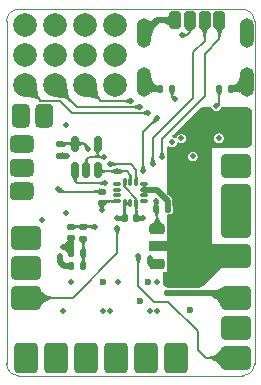
<source format=gbr>
%TF.GenerationSoftware,KiCad,Pcbnew,9.0.3-9.0.3-0~ubuntu24.04.1*%
%TF.CreationDate,2025-10-28T20:09:37+01:00*%
%TF.ProjectId,ant control board v2,616e7420-636f-46e7-9472-6f6c20626f61,2.0*%
%TF.SameCoordinates,Original*%
%TF.FileFunction,Copper,L4,Bot*%
%TF.FilePolarity,Positive*%
%FSLAX46Y46*%
G04 Gerber Fmt 4.6, Leading zero omitted, Abs format (unit mm)*
G04 Created by KiCad (PCBNEW 9.0.3-9.0.3-0~ubuntu24.04.1) date 2025-10-28 20:09:37*
%MOMM*%
%LPD*%
G01*
G04 APERTURE LIST*
G04 Aperture macros list*
%AMRoundRect*
0 Rectangle with rounded corners*
0 $1 Rounding radius*
0 $2 $3 $4 $5 $6 $7 $8 $9 X,Y pos of 4 corners*
0 Add a 4 corners polygon primitive as box body*
4,1,4,$2,$3,$4,$5,$6,$7,$8,$9,$2,$3,0*
0 Add four circle primitives for the rounded corners*
1,1,$1+$1,$2,$3*
1,1,$1+$1,$4,$5*
1,1,$1+$1,$6,$7*
1,1,$1+$1,$8,$9*
0 Add four rect primitives between the rounded corners*
20,1,$1+$1,$2,$3,$4,$5,0*
20,1,$1+$1,$4,$5,$6,$7,0*
20,1,$1+$1,$6,$7,$8,$9,0*
20,1,$1+$1,$8,$9,$2,$3,0*%
%AMFreePoly0*
4,1,9,3.862500,-0.866500,0.737500,-0.866500,0.737500,-0.450000,-0.737500,-0.450000,-0.737500,0.450000,0.737500,0.450000,0.737500,0.866500,3.862500,0.866500,3.862500,-0.866500,3.862500,-0.866500,$1*%
G04 Aperture macros list end*
%TA.AperFunction,ComponentPad*%
%ADD10C,0.500000*%
%TD*%
%TA.AperFunction,ComponentPad*%
%ADD11RoundRect,0.375000X0.375000X-0.625000X0.375000X0.625000X-0.375000X0.625000X-0.375000X-0.625000X0*%
%TD*%
%TA.AperFunction,ComponentPad*%
%ADD12RoundRect,0.300000X0.970000X-0.700000X0.970000X0.700000X-0.970000X0.700000X-0.970000X-0.700000X0*%
%TD*%
%TA.AperFunction,ComponentPad*%
%ADD13O,1.250000X2.500000*%
%TD*%
%TA.AperFunction,ComponentPad*%
%ADD14RoundRect,0.300000X-0.700000X-0.970000X0.700000X-0.970000X0.700000X0.970000X-0.700000X0.970000X0*%
%TD*%
%TA.AperFunction,ComponentPad*%
%ADD15C,2.000000*%
%TD*%
%TA.AperFunction,ComponentPad*%
%ADD16RoundRect,0.375000X0.625000X0.375000X-0.625000X0.375000X-0.625000X-0.375000X0.625000X-0.375000X0*%
%TD*%
%TA.AperFunction,ComponentPad*%
%ADD17RoundRect,0.300000X-0.970000X0.700000X-0.970000X-0.700000X0.970000X-0.700000X0.970000X0.700000X0*%
%TD*%
%TA.AperFunction,SMDPad,CuDef*%
%ADD18RoundRect,0.135000X0.185000X-0.135000X0.185000X0.135000X-0.185000X0.135000X-0.185000X-0.135000X0*%
%TD*%
%TA.AperFunction,SMDPad,CuDef*%
%ADD19RoundRect,0.135000X0.135000X0.185000X-0.135000X0.185000X-0.135000X-0.185000X0.135000X-0.185000X0*%
%TD*%
%TA.AperFunction,SMDPad,CuDef*%
%ADD20RoundRect,0.135000X-0.135000X-0.185000X0.135000X-0.185000X0.135000X0.185000X-0.135000X0.185000X0*%
%TD*%
%TA.AperFunction,SMDPad,CuDef*%
%ADD21RoundRect,0.150000X0.150000X-0.512500X0.150000X0.512500X-0.150000X0.512500X-0.150000X-0.512500X0*%
%TD*%
%TA.AperFunction,SMDPad,CuDef*%
%ADD22RoundRect,0.140000X0.140000X0.170000X-0.140000X0.170000X-0.140000X-0.170000X0.140000X-0.170000X0*%
%TD*%
%TA.AperFunction,SMDPad,CuDef*%
%ADD23RoundRect,0.225000X-0.425000X-0.225000X0.425000X-0.225000X0.425000X0.225000X-0.425000X0.225000X0*%
%TD*%
%TA.AperFunction,SMDPad,CuDef*%
%ADD24FreePoly0,0.000000*%
%TD*%
%TA.AperFunction,SMDPad,CuDef*%
%ADD25RoundRect,0.087500X0.225000X0.087500X-0.225000X0.087500X-0.225000X-0.087500X0.225000X-0.087500X0*%
%TD*%
%TA.AperFunction,SMDPad,CuDef*%
%ADD26RoundRect,0.087500X0.087500X0.225000X-0.087500X0.225000X-0.087500X-0.225000X0.087500X-0.225000X0*%
%TD*%
%TA.AperFunction,SMDPad,CuDef*%
%ADD27RoundRect,0.140000X-0.170000X0.140000X-0.170000X-0.140000X0.170000X-0.140000X0.170000X0.140000X0*%
%TD*%
%TA.AperFunction,SMDPad,CuDef*%
%ADD28RoundRect,0.250000X-0.250000X0.500000X-0.250000X-0.500000X0.250000X-0.500000X0.250000X0.500000X0*%
%TD*%
%TA.AperFunction,SMDPad,CuDef*%
%ADD29RoundRect,0.140000X-0.140000X-0.170000X0.140000X-0.170000X0.140000X0.170000X-0.140000X0.170000X0*%
%TD*%
%TA.AperFunction,SMDPad,CuDef*%
%ADD30RoundRect,0.140000X0.170000X-0.140000X0.170000X0.140000X-0.170000X0.140000X-0.170000X-0.140000X0*%
%TD*%
%TA.AperFunction,ViaPad*%
%ADD31C,0.500000*%
%TD*%
%TA.AperFunction,ViaPad*%
%ADD32C,0.600000*%
%TD*%
%TA.AperFunction,Conductor*%
%ADD33C,0.500000*%
%TD*%
%TA.AperFunction,Conductor*%
%ADD34C,0.200000*%
%TD*%
%TA.AperFunction,Profile*%
%ADD35C,0.050000*%
%TD*%
G04 APERTURE END LIST*
D10*
%TO.P,J10,1,Pin_1*%
%TO.N,/MCU and RX/DIGITAL_AUX1*%
X102647200Y-119711200D03*
X102640000Y-118300000D03*
D11*
X102190000Y-119000000D03*
D10*
X101732800Y-119711200D03*
X101732800Y-118288800D03*
%TO.P,J10,2,Pin_2*%
%TO.N,/MCU and RX/DIGITAL_AUX2*%
X100654400Y-118300000D03*
X100640000Y-119700000D03*
D11*
X100190000Y-119000000D03*
D10*
X99740000Y-119700000D03*
X99740000Y-118300000D03*
%TD*%
%TO.P,J7,1,Pin_1*%
%TO.N,/MCU and RX/SERVO1*%
X99721000Y-135055000D03*
X101499000Y-135055000D03*
D12*
X100610000Y-134420000D03*
D10*
X99721000Y-133785000D03*
X101499000Y-133785000D03*
%TO.P,J7,2,Pin_2*%
%TO.N,+BATT*%
X99721000Y-132515000D03*
X101499000Y-132515000D03*
D12*
X100610000Y-131880000D03*
D10*
X99721000Y-131245000D03*
X101499000Y-131245000D03*
%TO.P,J7,3,Pin_3*%
%TO.N,GND*%
X99721000Y-129975000D03*
X101499000Y-129975000D03*
D12*
X100610000Y-129340000D03*
D10*
X99721000Y-128705000D03*
X101499000Y-128705000D03*
%TD*%
D13*
%TO.P,J3,13,SHIELD*%
%TO.N,GND*%
X119320000Y-116180000D03*
X119320000Y-112000000D03*
X110680000Y-116180000D03*
X110680000Y-112000000D03*
%TD*%
D10*
%TO.P,J5,1,Pin_1*%
%TO.N,/DC Motors/M2+*%
X105055000Y-138611000D03*
X105055000Y-140389000D03*
D14*
X105690000Y-139500000D03*
D10*
X106325000Y-138611000D03*
X106325000Y-140389000D03*
%TO.P,J5,2,Pin_2*%
%TO.N,/DC Motors/M2-*%
X107595000Y-138611000D03*
X107595000Y-140389000D03*
D14*
X108230000Y-139500000D03*
D10*
X108865000Y-138611000D03*
X108865000Y-140389000D03*
%TD*%
%TO.P,J8,1,Pin_1*%
%TO.N,/MCU and RX/SERVO2*%
X117501000Y-140135000D03*
X119279000Y-140135000D03*
D12*
X118390000Y-139500000D03*
D10*
X117501000Y-138865000D03*
X119279000Y-138865000D03*
%TO.P,J8,2,Pin_2*%
%TO.N,+BATT*%
X117501000Y-137595000D03*
X119279000Y-137595000D03*
D12*
X118390000Y-136960000D03*
D10*
X117501000Y-136325000D03*
X119279000Y-136325000D03*
%TO.P,J8,3,Pin_3*%
%TO.N,GND*%
X117501000Y-135055000D03*
X119279000Y-135055000D03*
D12*
X118390000Y-134420000D03*
D10*
X117501000Y-133785000D03*
X119279000Y-133785000D03*
%TD*%
%TO.P,J6,1,Pin_1*%
%TO.N,/DC Motors/M3+*%
X110135000Y-138611000D03*
X110135000Y-140389000D03*
D14*
X110770000Y-139500000D03*
D10*
X111405000Y-138611000D03*
X111405000Y-140389000D03*
%TO.P,J6,2,Pin_2*%
%TO.N,/DC Motors/M3-*%
X112675000Y-138611000D03*
X112675000Y-140389000D03*
D14*
X113310000Y-139500000D03*
D10*
X113945000Y-138611000D03*
X113945000Y-140389000D03*
%TD*%
D15*
%TO.P,U7,1,GND*%
%TO.N,GND*%
X108203000Y-111337000D03*
%TO.P,U7,2,VCC*%
%TO.N,+3V3*%
X108203000Y-113877000D03*
%TO.P,U7,3,CH1_(PPM)*%
%TO.N,/MCU and RX/CH1_PPM*%
X108203000Y-116417000D03*
%TO.P,U7,4*%
%TO.N,GND*%
X105663000Y-111337000D03*
%TO.P,U7,5*%
%TO.N,+3V3*%
X105663000Y-113877000D03*
%TO.P,U7,6,CH2*%
%TO.N,/MCU and RX/CH2*%
X105663000Y-116417000D03*
%TO.P,U7,7*%
%TO.N,GND*%
X103123000Y-111337000D03*
%TO.P,U7,8*%
%TO.N,+3V3*%
X103123000Y-113877000D03*
%TO.P,U7,9,CH3*%
%TO.N,/MCU and RX/CH3*%
X103123000Y-116417000D03*
%TO.P,U7,10*%
%TO.N,GND*%
X100583000Y-111337000D03*
%TO.P,U7,11*%
%TO.N,+3V3*%
X100583000Y-113877000D03*
%TO.P,U7,12,CH4*%
%TO.N,/MCU and RX/CH4*%
X100583000Y-116417000D03*
%TD*%
D10*
%TO.P,J4,1,Pin_1*%
%TO.N,/DC Motors/M1+*%
X99975000Y-138611000D03*
X99975000Y-140389000D03*
D14*
X100610000Y-139500000D03*
D10*
X101245000Y-138611000D03*
X101245000Y-140389000D03*
%TO.P,J4,2,Pin_2*%
%TO.N,/DC Motors/M1-*%
X102515000Y-138611000D03*
X102515000Y-140389000D03*
D14*
X103150000Y-139500000D03*
D10*
X103785000Y-138611000D03*
X103785000Y-140389000D03*
%TD*%
%TO.P,J9,1,Pin_1*%
%TO.N,+3V3*%
X100981200Y-120940896D03*
X99570000Y-120948096D03*
D16*
X100270000Y-121398096D03*
D10*
X100981200Y-121855296D03*
X99558800Y-121855296D03*
%TO.P,J9,2,Pin_2*%
%TO.N,Net-(J9-Pin_2)*%
X99570000Y-122933696D03*
X100970000Y-122948096D03*
D16*
X100270000Y-123398096D03*
D10*
X100970000Y-123848096D03*
X99570000Y-123848096D03*
%TO.P,J9,3,Pin_3*%
%TO.N,GND*%
X99570000Y-124933696D03*
X100970000Y-124948096D03*
D16*
X100270000Y-125398096D03*
D10*
X100970000Y-125848096D03*
X99570000Y-125848096D03*
%TD*%
%TO.P,J1,1,Pin_1*%
%TO.N,/Power/+SW*%
X119279000Y-127705000D03*
X117501000Y-127705000D03*
D17*
X118390000Y-128340000D03*
D10*
X119279000Y-128975000D03*
X117501000Y-128975000D03*
%TO.P,J1,2,Pin_2*%
%TO.N,+BATT*%
X119279000Y-130245000D03*
X117501000Y-130245000D03*
D17*
X118390000Y-130880000D03*
D10*
X119279000Y-131515000D03*
X117501000Y-131515000D03*
%TD*%
%TO.P,J2,1,Pin_1*%
%TO.N,GND*%
X119279000Y-122625000D03*
X117501000Y-122625000D03*
D17*
X118390000Y-123260000D03*
D10*
X119279000Y-123895000D03*
X117501000Y-123895000D03*
%TO.P,J2,2,Pin_2*%
%TO.N,/Power/+SW*%
X119279000Y-125165000D03*
X117501000Y-125165000D03*
D17*
X118390000Y-125800000D03*
D10*
X119279000Y-126435000D03*
X117501000Y-126435000D03*
%TD*%
D18*
%TO.P,R5,1*%
%TO.N,/Sensors/VBAT_DIV*%
X105490000Y-129410000D03*
%TO.P,R5,2*%
%TO.N,/MCU and RX/VBAT*%
X105490000Y-128390000D03*
%TD*%
D19*
%TO.P,R4,1*%
%TO.N,/Sensors/VBAT_DIV*%
X105500000Y-130600000D03*
%TO.P,R4,2*%
%TO.N,GND*%
X104480000Y-130600000D03*
%TD*%
D20*
%TO.P,R3,1*%
%TO.N,+BATT*%
X104480000Y-131700000D03*
%TO.P,R3,2*%
%TO.N,/Sensors/VBAT_DIV*%
X105500000Y-131700000D03*
%TD*%
D21*
%TO.P,U8,1,SCL*%
%TO.N,/MCU and RX/I2C1_SCL*%
X106720000Y-123637500D03*
%TO.P,U8,2,GND*%
%TO.N,GND*%
X105770000Y-123637500D03*
%TO.P,U8,3,SDA*%
%TO.N,/MCU and RX/I2C1_SDA*%
X104820000Y-123637500D03*
%TO.P,U8,4,VCC*%
%TO.N,+3V3*%
X104820000Y-121362500D03*
%TO.P,U8,5,WP*%
%TO.N,GND*%
X106720000Y-121362500D03*
%TD*%
D19*
%TO.P,R1,1*%
%TO.N,Net-(J3-CC2)*%
X113030000Y-116750000D03*
%TO.P,R1,2*%
%TO.N,GND*%
X112010000Y-116750000D03*
%TD*%
D22*
%TO.P,C10,1*%
%TO.N,+3V3*%
X109970000Y-127700000D03*
%TO.P,C10,2*%
%TO.N,GND*%
X109010000Y-127700000D03*
%TD*%
D23*
%TO.P,U1,1,GND*%
%TO.N,GND*%
X111740000Y-131562500D03*
D24*
%TO.P,U1,2,IN*%
%TO.N,+BATT*%
X111827500Y-130062500D03*
D23*
%TO.P,U1,3,OUT*%
%TO.N,+3V3*%
X111740000Y-128562500D03*
%TD*%
D25*
%TO.P,U5,1,SDO/SA0*%
%TO.N,GND*%
X110652500Y-124750000D03*
%TO.P,U5,2,SDX*%
X110652500Y-125250000D03*
%TO.P,U5,3,SCX*%
X110652500Y-125750000D03*
%TO.P,U5,4,INT1*%
%TO.N,unconnected-(U5-INT1-Pad4)*%
X110652500Y-126250000D03*
D26*
%TO.P,U5,5,VDDIO*%
%TO.N,+3V3*%
X109990000Y-126412500D03*
%TO.P,U5,6,GND*%
%TO.N,GND*%
X109490000Y-126412500D03*
%TO.P,U5,7,GND*%
X108990000Y-126412500D03*
D25*
%TO.P,U5,8,VDD*%
%TO.N,+3V3*%
X108327500Y-126250000D03*
%TO.P,U5,9,INT2*%
%TO.N,unconnected-(U5-INT2-Pad9)*%
X108327500Y-125750000D03*
%TO.P,U5,10,NC*%
%TO.N,unconnected-(U5-NC-Pad10)*%
X108327500Y-125250000D03*
%TO.P,U5,11,NC*%
%TO.N,unconnected-(U5-NC-Pad11)*%
X108327500Y-124750000D03*
D26*
%TO.P,U5,12,CS*%
%TO.N,+3V3*%
X108990000Y-124587500D03*
%TO.P,U5,13,SCL*%
%TO.N,/MCU and RX/I2C1_SCL*%
X109490000Y-124587500D03*
%TO.P,U5,14,SDA*%
%TO.N,/MCU and RX/I2C1_SDA*%
X109990000Y-124587500D03*
%TD*%
D27*
%TO.P,C19,1*%
%TO.N,+3V3*%
X103570000Y-121420000D03*
%TO.P,C19,2*%
%TO.N,GND*%
X103570000Y-122380000D03*
%TD*%
%TO.P,C3,1*%
%TO.N,+BATT*%
X112670000Y-133070000D03*
%TO.P,C3,2*%
%TO.N,GND*%
X112670000Y-134030000D03*
%TD*%
D20*
%TO.P,R2,1*%
%TO.N,Net-(J3-CC1)*%
X117010000Y-116750000D03*
%TO.P,R2,2*%
%TO.N,GND*%
X118030000Y-116750000D03*
%TD*%
D27*
%TO.P,C2,1*%
%TO.N,+BATT*%
X113620000Y-133070000D03*
%TO.P,C2,2*%
%TO.N,GND*%
X113620000Y-134030000D03*
%TD*%
D28*
%TO.P,J12,1,Pin_1*%
%TO.N,/MCU and RX/UART2_TX*%
X117029404Y-110926904D03*
%TO.P,J12,2,Pin_2*%
%TO.N,/MCU and RX/UART2_RX*%
X115779404Y-110926904D03*
%TO.P,J12,3,Pin_3*%
%TO.N,+3V3*%
X114529404Y-110926904D03*
%TO.P,J12,4,Pin_4*%
%TO.N,GND*%
X113279404Y-110926904D03*
%TD*%
D29*
%TO.P,C4,1*%
%TO.N,+3V3*%
X111690000Y-126900000D03*
%TO.P,C4,2*%
%TO.N,GND*%
X112650000Y-126900000D03*
%TD*%
D30*
%TO.P,C8,1*%
%TO.N,GND*%
X104490000Y-129380000D03*
%TO.P,C8,2*%
%TO.N,/MCU and RX/VBAT*%
X104490000Y-128420000D03*
%TD*%
D27*
%TO.P,C1,1*%
%TO.N,+BATT*%
X114570000Y-133070000D03*
%TO.P,C1,2*%
%TO.N,GND*%
X114570000Y-134030000D03*
%TD*%
D30*
%TO.P,C9,1*%
%TO.N,+3V3*%
X107090000Y-126380000D03*
%TO.P,C9,2*%
%TO.N,GND*%
X107090000Y-125420000D03*
%TD*%
D31*
%TO.N,+BATT*%
X107170000Y-135500000D03*
X111770000Y-135500000D03*
X103570000Y-130900000D03*
X103770000Y-135500000D03*
X107770000Y-135500000D03*
X111170000Y-135500000D03*
D32*
X118890000Y-119820000D03*
D31*
%TO.N,GND*%
X108370000Y-127700000D03*
X107270000Y-122500000D03*
X103400000Y-125200000D03*
X112475000Y-126013636D03*
X104090000Y-122380000D03*
X114770000Y-122450000D03*
X102000000Y-127800000D03*
X113020000Y-121250000D03*
D32*
X107190000Y-133100000D03*
D31*
X111135000Y-131015000D03*
D32*
X114570000Y-135450000D03*
X110270000Y-134700000D03*
D31*
X104000000Y-119770000D03*
D32*
X110970000Y-133100000D03*
D31*
X103770000Y-130130000D03*
%TO.N,+3V3*%
X108440000Y-133100000D03*
X107090000Y-127020000D03*
X104000000Y-127200000D03*
X116970000Y-120900000D03*
X111690000Y-126220000D03*
X105870000Y-121800000D03*
X113845000Y-112175000D03*
X113814641Y-120919880D03*
X104440000Y-133100000D03*
X110570000Y-127700000D03*
X111720000Y-133100000D03*
%TO.N,/MCU and RX/VBAT*%
X106530000Y-128390000D03*
%TO.N,Net-(J3-CC2)*%
X113270000Y-117600000D03*
%TO.N,Net-(J3-CC1)*%
X116770000Y-118200000D03*
%TO.N,/MCU and RX/SERVO1*%
X108370000Y-128500000D03*
%TO.N,/MCU and RX/SERVO2*%
X110170000Y-130900000D03*
%TO.N,/MCU and RX/UART2_RX*%
X111370000Y-123100000D03*
%TO.N,/MCU and RX/UART2_TX*%
X112170000Y-122500000D03*
%TO.N,/MCU and RX/BOOT0*%
X110570000Y-123700000D03*
X111753527Y-119206305D03*
%TO.N,/MCU and RX/I2C1_SDA*%
X107770000Y-123100000D03*
X107370000Y-124700000D03*
%TO.N,/MCU and RX/I2C1_SCL*%
X108370000Y-123700000D03*
%TO.N,/MCU and RX/CH4*%
X111020000Y-118750000D03*
%TO.N,/MCU and RX/CH2*%
X109520000Y-117750000D03*
%TO.N,/MCU and RX/CH3*%
X110270000Y-118250000D03*
%TD*%
D33*
%TO.N,+BATT*%
X103870000Y-131700000D02*
X103570000Y-131400000D01*
X103570000Y-131400000D02*
X103570000Y-130900000D01*
X104480000Y-131700000D02*
X103870000Y-131700000D01*
D34*
%TO.N,GND*%
X106720000Y-121362500D02*
X106720000Y-122300000D01*
D33*
X111250000Y-116750000D02*
X110680000Y-116180000D01*
D34*
X106020000Y-122500000D02*
X105770000Y-122750000D01*
X109490000Y-126412500D02*
X108990000Y-126412500D01*
D33*
X113620000Y-134030000D02*
X112670000Y-134030000D01*
D34*
X106720000Y-122300000D02*
X106720000Y-122450000D01*
X110652500Y-125750000D02*
X110652500Y-125250000D01*
X107270000Y-122500000D02*
X106920000Y-122500000D01*
D33*
X112475000Y-126013636D02*
X112650000Y-126188636D01*
X104490000Y-129380000D02*
X104490000Y-129650000D01*
X104490000Y-129650000D02*
X104490000Y-130590000D01*
D34*
X106770000Y-122500000D02*
X106470000Y-122500000D01*
X106520000Y-122500000D02*
X106720000Y-122300000D01*
D33*
X104490000Y-130130000D02*
X104490000Y-129380000D01*
X111753096Y-110926904D02*
X110680000Y-112000000D01*
D34*
X106470000Y-122500000D02*
X106020000Y-122500000D01*
D33*
X103770000Y-130130000D02*
X104490000Y-130130000D01*
D34*
X108990000Y-126412500D02*
X108990000Y-127680000D01*
D33*
X104490000Y-130590000D02*
X104480000Y-130600000D01*
X111135000Y-131015000D02*
X111135000Y-131465000D01*
D34*
X103400000Y-125200000D02*
X103400000Y-125358307D01*
X106720000Y-122300000D02*
X106920000Y-122500000D01*
X106920000Y-122500000D02*
X106770000Y-122500000D01*
D33*
X111232500Y-131562500D02*
X111740000Y-131562500D01*
X113279404Y-110926904D02*
X111753096Y-110926904D01*
X111135000Y-131465000D02*
X111232500Y-131562500D01*
X118000000Y-134030000D02*
X118390000Y-134420000D01*
X114570000Y-134030000D02*
X118000000Y-134030000D01*
D34*
X103461693Y-125420000D02*
X107090000Y-125420000D01*
X110652500Y-124750000D02*
X110652500Y-125250000D01*
X108990000Y-127680000D02*
X109010000Y-127700000D01*
X106720000Y-122450000D02*
X106770000Y-122500000D01*
D33*
X104090000Y-122380000D02*
X103570000Y-122380000D01*
X111711364Y-125250000D02*
X110652500Y-125250000D01*
D34*
X109010000Y-127700000D02*
X108370000Y-127700000D01*
D33*
X114570000Y-134030000D02*
X113620000Y-134030000D01*
X103770000Y-130130000D02*
X104010000Y-130130000D01*
X112475000Y-126013636D02*
X111711364Y-125250000D01*
X118030000Y-116750000D02*
X118750000Y-116750000D01*
D34*
X103400000Y-125358307D02*
X103461693Y-125420000D01*
X106470000Y-122500000D02*
X106520000Y-122500000D01*
D33*
X112010000Y-116750000D02*
X111250000Y-116750000D01*
X112650000Y-126188636D02*
X112650000Y-126900000D01*
X118750000Y-116750000D02*
X119320000Y-116180000D01*
D34*
X105770000Y-122750000D02*
X105770000Y-123637500D01*
D33*
X104010000Y-130130000D02*
X104480000Y-130600000D01*
X104010000Y-130130000D02*
X104490000Y-129650000D01*
D34*
%TO.N,+3V3*%
X109990000Y-126412500D02*
X109990000Y-127680000D01*
X107220000Y-126250000D02*
X108327500Y-126250000D01*
X111690000Y-126220000D02*
X111690000Y-126900000D01*
X105582500Y-121362500D02*
X104820000Y-121362500D01*
X113834521Y-120900000D02*
X113814641Y-120919880D01*
X113814641Y-120919880D02*
X113814521Y-120920000D01*
X114529404Y-111940596D02*
X114529404Y-110926904D01*
X111740000Y-126950000D02*
X111690000Y-126900000D01*
X114295000Y-112175000D02*
X114529404Y-111940596D01*
X109990000Y-127680000D02*
X109970000Y-127700000D01*
X108990000Y-125020000D02*
X109990000Y-126020000D01*
X107090000Y-127020000D02*
X107090000Y-126380000D01*
X109970000Y-127700000D02*
X110570000Y-127700000D01*
X108990000Y-124587500D02*
X108990000Y-125020000D01*
X109990000Y-126020000D02*
X109990000Y-126412500D01*
X113845000Y-112175000D02*
X114295000Y-112175000D01*
X103570000Y-121420000D02*
X103627500Y-121362500D01*
X105870000Y-121650000D02*
X105582500Y-121362500D01*
X103627500Y-121362500D02*
X104820000Y-121362500D01*
X107090000Y-126380000D02*
X107220000Y-126250000D01*
X105870000Y-121800000D02*
X105870000Y-121650000D01*
X111740000Y-128562500D02*
X111740000Y-126950000D01*
%TO.N,/MCU and RX/VBAT*%
X105490000Y-128390000D02*
X104520000Y-128390000D01*
X104520000Y-128390000D02*
X104490000Y-128420000D01*
X106530000Y-128390000D02*
X105490000Y-128390000D01*
%TO.N,Net-(J3-CC2)*%
X113030000Y-116750000D02*
X113030000Y-117360000D01*
X113030000Y-117360000D02*
X113270000Y-117600000D01*
%TO.N,Net-(J3-CC1)*%
X117010000Y-116750000D02*
X117010000Y-117960000D01*
X117010000Y-117960000D02*
X116770000Y-118200000D01*
%TO.N,/MCU and RX/SERVO1*%
X108370000Y-128500000D02*
X108370000Y-130650000D01*
X104600000Y-134420000D02*
X100610000Y-134420000D01*
X108370000Y-130650000D02*
X104600000Y-134420000D01*
%TO.N,/MCU and RX/SERVO2*%
X110170000Y-133450000D02*
X110170000Y-130900000D01*
X115170000Y-138800000D02*
X115170000Y-137250000D01*
X115170000Y-137250000D02*
X112670000Y-134750000D01*
X112670000Y-134750000D02*
X111470000Y-134750000D01*
X115870000Y-139500000D02*
X115170000Y-138800000D01*
X111470000Y-134750000D02*
X110170000Y-133450000D01*
X118390000Y-139500000D02*
X115870000Y-139500000D01*
%TO.N,/MCU and RX/UART2_RX*%
X115779404Y-112640596D02*
X115779404Y-110926904D01*
X111370000Y-120900000D02*
X114770000Y-117500000D01*
X111370000Y-123100000D02*
X111370000Y-120900000D01*
X114770000Y-117500000D02*
X114770000Y-113650000D01*
X114770000Y-113650000D02*
X115779404Y-112640596D01*
%TO.N,/MCU and RX/UART2_TX*%
X115770000Y-117375000D02*
X115770000Y-113800000D01*
X112170000Y-122500000D02*
X112170000Y-120975000D01*
X112170000Y-120975000D02*
X115770000Y-117375000D01*
X115770000Y-113800000D02*
X117029404Y-112540596D01*
X117029404Y-112540596D02*
X117029404Y-110926904D01*
%TO.N,/Sensors/VBAT_DIV*%
X105490000Y-130590000D02*
X105500000Y-130600000D01*
X105500000Y-131700000D02*
X105500000Y-130600000D01*
X105490000Y-129410000D02*
X105490000Y-130590000D01*
%TO.N,/MCU and RX/BOOT0*%
X110570000Y-123700000D02*
X110570000Y-120389832D01*
X110570000Y-120389832D02*
X111753527Y-119206305D01*
%TO.N,/MCU and RX/I2C1_SDA*%
X109990000Y-123570000D02*
X109520000Y-123100000D01*
X109990000Y-124587500D02*
X109990000Y-123570000D01*
X104820000Y-124524999D02*
X104995001Y-124700000D01*
X104995001Y-124700000D02*
X107370000Y-124700000D01*
X104820000Y-123637500D02*
X104820000Y-124524999D01*
X109520000Y-123100000D02*
X107770000Y-123100000D01*
%TO.N,/MCU and RX/I2C1_SCL*%
X109490000Y-124020000D02*
X109490000Y-124587500D01*
X108370000Y-123700000D02*
X109170000Y-123700000D01*
X106782500Y-123700000D02*
X106720000Y-123637500D01*
X109170000Y-123700000D02*
X109490000Y-124020000D01*
X108370000Y-123700000D02*
X106782500Y-123700000D01*
%TO.N,/MCU and RX/CH4*%
X104525000Y-118755000D02*
X111015000Y-118755000D01*
X103520000Y-117750000D02*
X104525000Y-118755000D01*
X101916000Y-117750000D02*
X103520000Y-117750000D01*
X100583000Y-116417000D02*
X101916000Y-117750000D01*
X111015000Y-118755000D02*
X111020000Y-118750000D01*
%TO.N,/MCU and RX/CH2*%
X109520000Y-117750000D02*
X106996000Y-117750000D01*
X106996000Y-117750000D02*
X105663000Y-116417000D01*
%TO.N,/MCU and RX/CH3*%
X110265000Y-118255000D02*
X104961000Y-118255000D01*
X104961000Y-118255000D02*
X103123000Y-116417000D01*
X110270000Y-118250000D02*
X110265000Y-118255000D01*
%TD*%
%TA.AperFunction,Conductor*%
%TO.N,/Power/+SW*%
G36*
X119296643Y-124819685D02*
G01*
X119316103Y-124835153D01*
X119622506Y-125133492D01*
X119656804Y-125194361D01*
X119660000Y-125222332D01*
X119660000Y-128926664D01*
X119640315Y-128993703D01*
X119621280Y-129016682D01*
X119315870Y-129306018D01*
X119253665Y-129337834D01*
X119230590Y-129340000D01*
X117549410Y-129340000D01*
X117482371Y-129320315D01*
X117464130Y-129306018D01*
X117158720Y-129016682D01*
X117123590Y-128956286D01*
X117120000Y-128926664D01*
X117120000Y-125285206D01*
X117139685Y-125218167D01*
X117149095Y-125205400D01*
X117178864Y-125170000D01*
X117452837Y-124844194D01*
X117511050Y-124805553D01*
X117547742Y-124800000D01*
X119229604Y-124800000D01*
X119296643Y-124819685D01*
G37*
%TD.AperFunction*%
%TD*%
%TA.AperFunction,Conductor*%
%TO.N,+BATT*%
G36*
X119312802Y-118255123D02*
G01*
X119418822Y-118268032D01*
X119450366Y-118276187D01*
X119541697Y-118313169D01*
X119570028Y-118329259D01*
X119625298Y-118371128D01*
X119648569Y-118388757D01*
X119671734Y-118411677D01*
X119732062Y-118489582D01*
X119748456Y-118517747D01*
X119786402Y-118608675D01*
X119794892Y-118640136D01*
X119808925Y-118745997D01*
X119810000Y-118762292D01*
X119810000Y-121191874D01*
X119808939Y-121208060D01*
X119795093Y-121313224D01*
X119786715Y-121344491D01*
X119749259Y-121434918D01*
X119733074Y-121462951D01*
X119673491Y-121540601D01*
X119650601Y-121563491D01*
X119572951Y-121623074D01*
X119544918Y-121639259D01*
X119454491Y-121676715D01*
X119423224Y-121685093D01*
X119329398Y-121697446D01*
X119318058Y-121698939D01*
X119301874Y-121700000D01*
X116370000Y-121700000D01*
X116370000Y-129880000D01*
X119151874Y-129880000D01*
X119168059Y-129881061D01*
X119273223Y-129894906D01*
X119304491Y-129903284D01*
X119394918Y-129940740D01*
X119422952Y-129956925D01*
X119500602Y-130016509D01*
X119523491Y-130039398D01*
X119583074Y-130117048D01*
X119599259Y-130145081D01*
X119636715Y-130235508D01*
X119645093Y-130266775D01*
X119658939Y-130371939D01*
X119660000Y-130388125D01*
X119660000Y-131371874D01*
X119658939Y-131388060D01*
X119645093Y-131493224D01*
X119636715Y-131524491D01*
X119599259Y-131614918D01*
X119583074Y-131642951D01*
X119523491Y-131720601D01*
X119500601Y-131743491D01*
X119422951Y-131803074D01*
X119394918Y-131819259D01*
X119304491Y-131856715D01*
X119273224Y-131865093D01*
X119179398Y-131877446D01*
X119168058Y-131878939D01*
X119151874Y-131880000D01*
X117119999Y-131880000D01*
X116973553Y-132026447D01*
X115602198Y-133397801D01*
X115590003Y-133408496D01*
X115505842Y-133473075D01*
X115477808Y-133489260D01*
X115387383Y-133526715D01*
X115356117Y-133535093D01*
X115262291Y-133547446D01*
X115250951Y-133548939D01*
X115234767Y-133550000D01*
X112728126Y-133550000D01*
X112711941Y-133548939D01*
X112698917Y-133547224D01*
X112606775Y-133535093D01*
X112575508Y-133526715D01*
X112485081Y-133489259D01*
X112457048Y-133473074D01*
X112379398Y-133413491D01*
X112356508Y-133390601D01*
X112296925Y-133312951D01*
X112280740Y-133284918D01*
X112243284Y-133194491D01*
X112234906Y-133163223D01*
X112221061Y-133058059D01*
X112220000Y-133041874D01*
X112220000Y-132391326D01*
X112224225Y-132359234D01*
X112234846Y-132319594D01*
X112266938Y-132264007D01*
X112284007Y-132246938D01*
X112339593Y-132214846D01*
X112355002Y-132210717D01*
X112379234Y-132204225D01*
X112411326Y-132200000D01*
X112570000Y-132200000D01*
X112570000Y-129001364D01*
X112570000Y-129001168D01*
X112570002Y-129000000D01*
X112570028Y-129000000D01*
X112570002Y-128999755D01*
X112570006Y-128998734D01*
X112577676Y-127483869D01*
X112597699Y-127416932D01*
X112650734Y-127371445D01*
X112701672Y-127360499D01*
X112833372Y-127360499D01*
X112857662Y-127357682D01*
X112957016Y-127313813D01*
X113033813Y-127237016D01*
X113077682Y-127137662D01*
X113080500Y-127113373D01*
X113080499Y-126686628D01*
X113077682Y-126662338D01*
X113061065Y-126624703D01*
X113050500Y-126574618D01*
X113050500Y-126248855D01*
X113052808Y-126229685D01*
X113053643Y-126220425D01*
X113053727Y-126219027D01*
X113050500Y-126199807D01*
X113050500Y-126135909D01*
X113023207Y-126034049D01*
X112970480Y-125942723D01*
X112895913Y-125868156D01*
X112806406Y-125778649D01*
X112798680Y-125765267D01*
X112723369Y-125689956D01*
X112709986Y-125682229D01*
X112623997Y-125596240D01*
X112590512Y-125534917D01*
X112587681Y-125507943D01*
X112603435Y-122396747D01*
X114365500Y-122396747D01*
X114365500Y-122503253D01*
X114393066Y-122606131D01*
X114446320Y-122698369D01*
X114521631Y-122773680D01*
X114613869Y-122826934D01*
X114716747Y-122854500D01*
X114716749Y-122854500D01*
X114823251Y-122854500D01*
X114823253Y-122854500D01*
X114926131Y-122826934D01*
X115018369Y-122773680D01*
X115093680Y-122698369D01*
X115146934Y-122606131D01*
X115174500Y-122503253D01*
X115174500Y-122396747D01*
X115146934Y-122293869D01*
X115093680Y-122201631D01*
X115018369Y-122126320D01*
X114926131Y-122073066D01*
X114823253Y-122045500D01*
X114716747Y-122045500D01*
X114613868Y-122073066D01*
X114521631Y-122126320D01*
X114521628Y-122126322D01*
X114446322Y-122201628D01*
X114446320Y-122201631D01*
X114393066Y-122293868D01*
X114378798Y-122347118D01*
X114365500Y-122396747D01*
X112603435Y-122396747D01*
X112606221Y-121846447D01*
X112606998Y-121692771D01*
X112627021Y-121625836D01*
X112680055Y-121580349D01*
X112749263Y-121570755D01*
X112792993Y-121586013D01*
X112863869Y-121626934D01*
X112966747Y-121654500D01*
X112966749Y-121654500D01*
X113073251Y-121654500D01*
X113073253Y-121654500D01*
X113176131Y-121626934D01*
X113268369Y-121573680D01*
X113343680Y-121498369D01*
X113396934Y-121406131D01*
X113415520Y-121336763D01*
X113451885Y-121277104D01*
X113514732Y-121246575D01*
X113584107Y-121254870D01*
X113597296Y-121261472D01*
X113658504Y-121296811D01*
X113658505Y-121296811D01*
X113658510Y-121296814D01*
X113761388Y-121324380D01*
X113761390Y-121324380D01*
X113867892Y-121324380D01*
X113867894Y-121324380D01*
X113970772Y-121296814D01*
X114063010Y-121243560D01*
X114138321Y-121168249D01*
X114191575Y-121076011D01*
X114219141Y-120973133D01*
X114219141Y-120866627D01*
X114213814Y-120846747D01*
X116565500Y-120846747D01*
X116565500Y-120953253D01*
X116593066Y-121056131D01*
X116646320Y-121148369D01*
X116721631Y-121223680D01*
X116813869Y-121276934D01*
X116916747Y-121304500D01*
X116916749Y-121304500D01*
X117023251Y-121304500D01*
X117023253Y-121304500D01*
X117126131Y-121276934D01*
X117218369Y-121223680D01*
X117293680Y-121148369D01*
X117346934Y-121056131D01*
X117374500Y-120953253D01*
X117374500Y-120846747D01*
X117346934Y-120743869D01*
X117293680Y-120651631D01*
X117218369Y-120576320D01*
X117126131Y-120523066D01*
X117023253Y-120495500D01*
X116916747Y-120495500D01*
X116813868Y-120523066D01*
X116721631Y-120576320D01*
X116721628Y-120576322D01*
X116646322Y-120651628D01*
X116646320Y-120651631D01*
X116593066Y-120743868D01*
X116588037Y-120762636D01*
X116565500Y-120846747D01*
X114213814Y-120846747D01*
X114191575Y-120763749D01*
X114190932Y-120762636D01*
X114180097Y-120743868D01*
X114138321Y-120671511D01*
X114063010Y-120596200D01*
X113970772Y-120542946D01*
X113867894Y-120515380D01*
X113761388Y-120515380D01*
X113658509Y-120542946D01*
X113566272Y-120596200D01*
X113566269Y-120596202D01*
X113490963Y-120671508D01*
X113490961Y-120671511D01*
X113437706Y-120763749D01*
X113437706Y-120763750D01*
X113419119Y-120833116D01*
X113410018Y-120848046D01*
X113405588Y-120864962D01*
X113392211Y-120877260D01*
X113382754Y-120892776D01*
X113367025Y-120900415D01*
X113354153Y-120912251D01*
X113336249Y-120915365D01*
X113319906Y-120923304D01*
X113302374Y-120921257D01*
X113285317Y-120924225D01*
X113262038Y-120916549D01*
X113251175Y-120915282D01*
X113244043Y-120912275D01*
X113176131Y-120873066D01*
X113107272Y-120854615D01*
X113099420Y-120851305D01*
X113078688Y-120834382D01*
X113055835Y-120820453D01*
X113052033Y-120812626D01*
X113045292Y-120807124D01*
X113036999Y-120781677D01*
X113025307Y-120757606D01*
X113026340Y-120748966D01*
X113023644Y-120740693D01*
X113030424Y-120714804D01*
X113033602Y-120688231D01*
X113039775Y-120679101D01*
X113041347Y-120673103D01*
X113047916Y-120667062D01*
X113059835Y-120649437D01*
X115260032Y-118445682D01*
X115272038Y-118435117D01*
X115355015Y-118371124D01*
X115382624Y-118355034D01*
X115471731Y-118317528D01*
X115502534Y-118309030D01*
X115606292Y-118294421D01*
X115622239Y-118293218D01*
X116279942Y-118286238D01*
X116347186Y-118305210D01*
X116387036Y-118350226D01*
X116389002Y-118349092D01*
X116393065Y-118356130D01*
X116393066Y-118356131D01*
X116446320Y-118448369D01*
X116521631Y-118523680D01*
X116613869Y-118576934D01*
X116716747Y-118604500D01*
X116716749Y-118604500D01*
X116823251Y-118604500D01*
X116823253Y-118604500D01*
X116926131Y-118576934D01*
X117018369Y-118523680D01*
X117093680Y-118448369D01*
X117146934Y-118356131D01*
X117146936Y-118356121D01*
X117148493Y-118352365D01*
X117150663Y-118349670D01*
X117150998Y-118349092D01*
X117151088Y-118349144D01*
X117192331Y-118297959D01*
X117258624Y-118275890D01*
X117261705Y-118275818D01*
X119296523Y-118254222D01*
X119312802Y-118255123D01*
G37*
%TD.AperFunction*%
%TD*%
%TA.AperFunction,Conductor*%
%TO.N,GND*%
G36*
X106725278Y-121376993D02*
G01*
X106730442Y-121382157D01*
X107002786Y-121920938D01*
X107003460Y-121929867D01*
X106997622Y-121936658D01*
X106996627Y-121937104D01*
X106987369Y-121940745D01*
X106987366Y-121940747D01*
X106944082Y-121968901D01*
X106908270Y-122007227D01*
X106869749Y-122072499D01*
X106869746Y-122072506D01*
X106843250Y-122144712D01*
X106825408Y-122229020D01*
X106825406Y-122229038D01*
X106820824Y-122289189D01*
X106816779Y-122297178D01*
X106809158Y-122300000D01*
X106630271Y-122300000D01*
X106621998Y-122296573D01*
X106618670Y-122289815D01*
X106602581Y-122166650D01*
X106602580Y-122166649D01*
X106602580Y-122166647D01*
X106570615Y-122080681D01*
X106559597Y-122051048D01*
X106559593Y-122051042D01*
X106558836Y-122050036D01*
X106501699Y-121974021D01*
X106493053Y-121968901D01*
X106440835Y-121937979D01*
X106435463Y-121930815D01*
X106436354Y-121922636D01*
X106709558Y-121382156D01*
X106716349Y-121376319D01*
X106725278Y-121376993D01*
G37*
%TD.AperFunction*%
%TD*%
%TA.AperFunction,Conductor*%
%TO.N,GND*%
G36*
X109330268Y-126252681D02*
G01*
X109337658Y-126260029D01*
X109482655Y-126404203D01*
X109486105Y-126412467D01*
X109482702Y-126420750D01*
X109482655Y-126420797D01*
X109329614Y-126572968D01*
X109321331Y-126576371D01*
X109313067Y-126572921D01*
X109310013Y-126567504D01*
X109308532Y-126561566D01*
X109308531Y-126561565D01*
X109308531Y-126561564D01*
X109290833Y-126542286D01*
X109231977Y-126519826D01*
X109231975Y-126519825D01*
X109111593Y-126513303D01*
X109092030Y-126512244D01*
X109092027Y-126512244D01*
X109081835Y-126512362D01*
X109073523Y-126509031D01*
X109070001Y-126500798D01*
X109070000Y-126500663D01*
X109070000Y-126324336D01*
X109073427Y-126316063D01*
X109081700Y-126312636D01*
X109081709Y-126312636D01*
X109087224Y-126312700D01*
X109091988Y-126312756D01*
X109091989Y-126312756D01*
X109100204Y-126312794D01*
X109143051Y-126312998D01*
X109244526Y-126302387D01*
X109297106Y-126277629D01*
X109310263Y-126260029D01*
X109310569Y-126258571D01*
X109315625Y-126251181D01*
X109324426Y-126249529D01*
X109330268Y-126252681D01*
G37*
%TD.AperFunction*%
%TD*%
%TA.AperFunction,Conductor*%
%TO.N,GND*%
G36*
X109166932Y-126252078D02*
G01*
X109169987Y-126257497D01*
X109171466Y-126263431D01*
X109171468Y-126263435D01*
X109189166Y-126282713D01*
X109248022Y-126305173D01*
X109248024Y-126305174D01*
X109254546Y-126305527D01*
X109387970Y-126312756D01*
X109398165Y-126312637D01*
X109406476Y-126315967D01*
X109409999Y-126324200D01*
X109410000Y-126324336D01*
X109410000Y-126500663D01*
X109406573Y-126508936D01*
X109398300Y-126512363D01*
X109398164Y-126512362D01*
X109388011Y-126512243D01*
X109388011Y-126512244D01*
X109341484Y-126512023D01*
X109336949Y-126512002D01*
X109336948Y-126512002D01*
X109336945Y-126512002D01*
X109235471Y-126522613D01*
X109182893Y-126547371D01*
X109169736Y-126564971D01*
X109169429Y-126566432D01*
X109164370Y-126573821D01*
X109155568Y-126575469D01*
X109149730Y-126572317D01*
X108997343Y-126420796D01*
X108993894Y-126412533D01*
X108997297Y-126404250D01*
X108997344Y-126404203D01*
X109150386Y-126252030D01*
X109158668Y-126248628D01*
X109166932Y-126252078D01*
G37*
%TD.AperFunction*%
%TD*%
%TA.AperFunction,Conductor*%
%TO.N,GND*%
G36*
X112847269Y-133760543D02*
G01*
X112850397Y-133763333D01*
X112865126Y-133782220D01*
X112865126Y-133782221D01*
X112881125Y-133791793D01*
X112901012Y-133803692D01*
X112996900Y-133820856D01*
X113111341Y-133814426D01*
X113227865Y-133797356D01*
X113228131Y-133797320D01*
X113358903Y-133781576D01*
X113367525Y-133783989D01*
X113371916Y-133791793D01*
X113372000Y-133793192D01*
X113372000Y-134266807D01*
X113368573Y-134275080D01*
X113360300Y-134278507D01*
X113358902Y-134278423D01*
X113228127Y-134262679D01*
X113227917Y-134262652D01*
X113083372Y-134242600D01*
X112958520Y-134242039D01*
X112958519Y-134242040D01*
X112883112Y-134265061D01*
X112850512Y-134299041D01*
X112842311Y-134302638D01*
X112833969Y-134299384D01*
X112832086Y-134297041D01*
X112672723Y-134036097D01*
X112671336Y-134027251D01*
X112672724Y-134023902D01*
X112831188Y-133764428D01*
X112838422Y-133759155D01*
X112847269Y-133760543D01*
G37*
%TD.AperFunction*%
%TD*%
%TA.AperFunction,Conductor*%
%TO.N,GND*%
G36*
X113456030Y-133760615D02*
G01*
X113457914Y-133762959D01*
X113469233Y-133781492D01*
X113617275Y-134023902D01*
X113618663Y-134032749D01*
X113617275Y-134036098D01*
X113458813Y-134295569D01*
X113451577Y-134300844D01*
X113442730Y-134299456D01*
X113439602Y-134296666D01*
X113424873Y-134277779D01*
X113424873Y-134277778D01*
X113396981Y-134261090D01*
X113388988Y-134256308D01*
X113388985Y-134256307D01*
X113388984Y-134256307D01*
X113293100Y-134239144D01*
X113178659Y-134245574D01*
X113178657Y-134245574D01*
X113178648Y-134245575D01*
X113062146Y-134262641D01*
X113061849Y-134262681D01*
X112931099Y-134278423D01*
X112922475Y-134276010D01*
X112918084Y-134268206D01*
X112918000Y-134266807D01*
X112918000Y-133793192D01*
X112921427Y-133784919D01*
X112929700Y-133781492D01*
X112931083Y-133781575D01*
X113061989Y-133797335D01*
X113206632Y-133817400D01*
X113331478Y-133817960D01*
X113331478Y-133817959D01*
X113331479Y-133817960D01*
X113331479Y-133817959D01*
X113406887Y-133794939D01*
X113439487Y-133760957D01*
X113447687Y-133757361D01*
X113456030Y-133760615D01*
G37*
%TD.AperFunction*%
%TD*%
%TA.AperFunction,Conductor*%
%TO.N,GND*%
G36*
X110748936Y-125333427D02*
G01*
X110752363Y-125341700D01*
X110752362Y-125341836D01*
X110752243Y-125351988D01*
X110752244Y-125351989D01*
X110752002Y-125403054D01*
X110762613Y-125504528D01*
X110784417Y-125550833D01*
X110787371Y-125557106D01*
X110804971Y-125570263D01*
X110806428Y-125570569D01*
X110813818Y-125575625D01*
X110815470Y-125584427D01*
X110812317Y-125590269D01*
X110660797Y-125742655D01*
X110652533Y-125746105D01*
X110644250Y-125742702D01*
X110644203Y-125742655D01*
X110492031Y-125589614D01*
X110488628Y-125581331D01*
X110492078Y-125573067D01*
X110497495Y-125570013D01*
X110503434Y-125568532D01*
X110522713Y-125550834D01*
X110545174Y-125491975D01*
X110552756Y-125352030D01*
X110552637Y-125341834D01*
X110555967Y-125333524D01*
X110564200Y-125330001D01*
X110564336Y-125330000D01*
X110740663Y-125330000D01*
X110748936Y-125333427D01*
G37*
%TD.AperFunction*%
%TD*%
%TA.AperFunction,Conductor*%
%TO.N,GND*%
G36*
X110660750Y-125257297D02*
G01*
X110660797Y-125257344D01*
X110812968Y-125410385D01*
X110816371Y-125418668D01*
X110812921Y-125426932D01*
X110807502Y-125429987D01*
X110801568Y-125431466D01*
X110801564Y-125431468D01*
X110782286Y-125449166D01*
X110759826Y-125508022D01*
X110759825Y-125508024D01*
X110755008Y-125596945D01*
X110752244Y-125647970D01*
X110752362Y-125658165D01*
X110749033Y-125666476D01*
X110740800Y-125669999D01*
X110740664Y-125670000D01*
X110564337Y-125670000D01*
X110556064Y-125666573D01*
X110552637Y-125658300D01*
X110552638Y-125658164D01*
X110552756Y-125648011D01*
X110552794Y-125639827D01*
X110552998Y-125596949D01*
X110542387Y-125495474D01*
X110517629Y-125442894D01*
X110500364Y-125429987D01*
X110500028Y-125429736D01*
X110498568Y-125429429D01*
X110491179Y-125424371D01*
X110489530Y-125415569D01*
X110492680Y-125409732D01*
X110644203Y-125257343D01*
X110652467Y-125253894D01*
X110660750Y-125257297D01*
G37*
%TD.AperFunction*%
%TD*%
%TA.AperFunction,Conductor*%
%TO.N,GND*%
G36*
X107137631Y-122301886D02*
G01*
X107138148Y-122302595D01*
X107266604Y-122493468D01*
X107268380Y-122502244D01*
X107266604Y-122506532D01*
X107138148Y-122697404D01*
X107130685Y-122702355D01*
X107121909Y-122700579D01*
X107121200Y-122700062D01*
X107117826Y-122697404D01*
X107062618Y-122653908D01*
X107016857Y-122618851D01*
X107016855Y-122618850D01*
X106999632Y-122612676D01*
X106977818Y-122604856D01*
X106970150Y-122604212D01*
X106930721Y-122600900D01*
X106922763Y-122596793D01*
X106920000Y-122589241D01*
X106920000Y-122409953D01*
X106923427Y-122401680D01*
X106929823Y-122398404D01*
X107007547Y-122385780D01*
X107062617Y-122346092D01*
X107121202Y-122299936D01*
X107129820Y-122297509D01*
X107137631Y-122301886D01*
G37*
%TD.AperFunction*%
%TD*%
%TA.AperFunction,Conductor*%
%TO.N,GND*%
G36*
X104497296Y-129384825D02*
G01*
X104733748Y-129573584D01*
X104754983Y-129590536D01*
X104759311Y-129598376D01*
X104756828Y-129606979D01*
X104752457Y-129610362D01*
X104737735Y-129616940D01*
X104737732Y-129616942D01*
X104716249Y-129643083D01*
X104699133Y-129721960D01*
X104699133Y-129721964D01*
X104705647Y-129821990D01*
X104705650Y-129822016D01*
X104722767Y-129925907D01*
X104722815Y-129926225D01*
X104738185Y-130038716D01*
X104735910Y-130047377D01*
X104728177Y-130051892D01*
X104726593Y-130052000D01*
X104253407Y-130052000D01*
X104245134Y-130048573D01*
X104241707Y-130040300D01*
X104241815Y-130038716D01*
X104241860Y-130038382D01*
X104257206Y-129926069D01*
X104277588Y-129794965D01*
X104277956Y-129689240D01*
X104255880Y-129630739D01*
X104236400Y-129612845D01*
X104228889Y-129609908D01*
X104222433Y-129603704D01*
X104222254Y-129594751D01*
X104225849Y-129589871D01*
X104482702Y-129384825D01*
X104491304Y-129382343D01*
X104497296Y-129384825D01*
G37*
%TD.AperFunction*%
%TD*%
%TA.AperFunction,Conductor*%
%TO.N,GND*%
G36*
X104497296Y-129384825D02*
G01*
X104733748Y-129573584D01*
X104754983Y-129590536D01*
X104759311Y-129598376D01*
X104756828Y-129606979D01*
X104752457Y-129610362D01*
X104737735Y-129616940D01*
X104737732Y-129616942D01*
X104716249Y-129643083D01*
X104699133Y-129721960D01*
X104699133Y-129721964D01*
X104705647Y-129821990D01*
X104705650Y-129822016D01*
X104722767Y-129925907D01*
X104722815Y-129926225D01*
X104738185Y-130038716D01*
X104735910Y-130047377D01*
X104728177Y-130051892D01*
X104726593Y-130052000D01*
X104253407Y-130052000D01*
X104245134Y-130048573D01*
X104241707Y-130040300D01*
X104241815Y-130038716D01*
X104241860Y-130038382D01*
X104257206Y-129926069D01*
X104277588Y-129794965D01*
X104277956Y-129689240D01*
X104255880Y-129630739D01*
X104236400Y-129612845D01*
X104228889Y-129609908D01*
X104222433Y-129603704D01*
X104222254Y-129594751D01*
X104225849Y-129589871D01*
X104482702Y-129384825D01*
X104491304Y-129382343D01*
X104497296Y-129384825D01*
G37*
%TD.AperFunction*%
%TD*%
%TA.AperFunction,Conductor*%
%TO.N,GND*%
G36*
X111584086Y-110757896D02*
G01*
X111921791Y-111095601D01*
X111925218Y-111103874D01*
X111921984Y-111111950D01*
X111839420Y-111198495D01*
X111839419Y-111198497D01*
X111642853Y-111437319D01*
X111488442Y-111672944D01*
X111383165Y-111889927D01*
X111352377Y-111990942D01*
X111323776Y-112084779D01*
X111315666Y-112159978D01*
X111306672Y-112243371D01*
X111302377Y-112251229D01*
X111293784Y-112253749D01*
X111290576Y-112252931D01*
X110688586Y-112004541D01*
X110682246Y-111998218D01*
X110681685Y-111990942D01*
X110759592Y-111672946D01*
X110960187Y-110854161D01*
X110965484Y-110846942D01*
X110974335Y-110845582D01*
X110980940Y-110849965D01*
X110999845Y-110875393D01*
X110999847Y-110875395D01*
X110999848Y-110875396D01*
X111036864Y-110909541D01*
X111080655Y-110935262D01*
X111126947Y-110949848D01*
X111186488Y-110954404D01*
X111247248Y-110946338D01*
X111331686Y-110918431D01*
X111411742Y-110877182D01*
X111455444Y-110846942D01*
X111506832Y-110811384D01*
X111506834Y-110811381D01*
X111506846Y-110811374D01*
X111568078Y-110757392D01*
X111576548Y-110754492D01*
X111584086Y-110757896D01*
G37*
%TD.AperFunction*%
%TD*%
%TA.AperFunction,Conductor*%
%TO.N,GND*%
G36*
X108996368Y-126423182D02*
G01*
X108999815Y-126426629D01*
X109151753Y-126660833D01*
X109153381Y-126669639D01*
X109148306Y-126677016D01*
X109147973Y-126677224D01*
X109134071Y-126685593D01*
X109134071Y-126685594D01*
X109116122Y-126710101D01*
X109116120Y-126710105D01*
X109095488Y-126779695D01*
X109095488Y-126779696D01*
X109089507Y-126937350D01*
X109089821Y-126958123D01*
X109086519Y-126966447D01*
X109078299Y-126969999D01*
X109078122Y-126970000D01*
X108901878Y-126970000D01*
X108901790Y-126969963D01*
X108901701Y-126969999D01*
X108897655Y-126968250D01*
X108893605Y-126966573D01*
X108893568Y-126966484D01*
X108893481Y-126966447D01*
X108891858Y-126962356D01*
X108890178Y-126958300D01*
X108890179Y-126958123D01*
X108890493Y-126937344D01*
X108890493Y-126937339D01*
X108891159Y-126894542D01*
X108883091Y-126771217D01*
X108859134Y-126701897D01*
X108829708Y-126677623D01*
X108825507Y-126669716D01*
X108827338Y-126662233D01*
X108980185Y-126426628D01*
X108987562Y-126421554D01*
X108996368Y-126423182D01*
G37*
%TD.AperFunction*%
%TD*%
%TA.AperFunction,Conductor*%
%TO.N,GND*%
G36*
X109087023Y-127001427D02*
G01*
X109090441Y-127009241D01*
X109092166Y-127053227D01*
X109092167Y-127053235D01*
X109119628Y-127229399D01*
X109119630Y-127229404D01*
X109165500Y-127360846D01*
X109219403Y-127439319D01*
X109219404Y-127439319D01*
X109219405Y-127439321D01*
X109219407Y-127439322D01*
X109265544Y-127467882D01*
X109270775Y-127475150D01*
X109269334Y-127483988D01*
X109266879Y-127486816D01*
X109017493Y-127694752D01*
X109008944Y-127697418D01*
X109002507Y-127694752D01*
X108753624Y-127487236D01*
X108749465Y-127479306D01*
X108752131Y-127470757D01*
X108755335Y-127468079D01*
X108771813Y-127458711D01*
X108798478Y-127430100D01*
X108834055Y-127362894D01*
X108859418Y-127279666D01*
X108883677Y-127125191D01*
X108889447Y-127009118D01*
X108893281Y-127001026D01*
X108901133Y-126998000D01*
X109078750Y-126998000D01*
X109087023Y-127001427D01*
G37*
%TD.AperFunction*%
%TD*%
%TA.AperFunction,Conductor*%
%TO.N,GND*%
G36*
X111382763Y-131018427D02*
G01*
X111386123Y-131025449D01*
X111388685Y-131049276D01*
X111388685Y-131049278D01*
X111388686Y-131049280D01*
X111400281Y-131077821D01*
X111420340Y-131100493D01*
X111459175Y-131121412D01*
X111513896Y-131133891D01*
X111674821Y-131136136D01*
X111893665Y-131114374D01*
X111902235Y-131116966D01*
X111906464Y-131124859D01*
X111905749Y-131130197D01*
X111742791Y-131556202D01*
X111736634Y-131562705D01*
X111732189Y-131563717D01*
X111101478Y-131581289D01*
X111093112Y-131578094D01*
X111089465Y-131570139D01*
X111086313Y-131502567D01*
X111086312Y-131502558D01*
X111061646Y-131420439D01*
X110979344Y-131254692D01*
X110979325Y-131254654D01*
X110903255Y-131100040D01*
X110902303Y-131097283D01*
X110887967Y-131029108D01*
X110889618Y-131020306D01*
X110897009Y-131015250D01*
X110899417Y-131015000D01*
X111374490Y-131015000D01*
X111382763Y-131018427D01*
G37*
%TD.AperFunction*%
%TD*%
%TA.AperFunction,Conductor*%
%TO.N,GND*%
G36*
X112796417Y-110443883D02*
G01*
X113272106Y-110918623D01*
X113275541Y-110926892D01*
X113272122Y-110935169D01*
X113272106Y-110935185D01*
X112796163Y-111410177D01*
X112787886Y-111413596D01*
X112779617Y-111410161D01*
X112776299Y-111403430D01*
X112773584Y-111382897D01*
X112766397Y-111366261D01*
X112756948Y-111344384D01*
X112756947Y-111344382D01*
X112696162Y-111282373D01*
X112606914Y-111237938D01*
X112553002Y-111223046D01*
X112499088Y-111208154D01*
X112378293Y-111193911D01*
X112267163Y-111180808D01*
X112090861Y-111177142D01*
X112082661Y-111173544D01*
X112079404Y-111165445D01*
X112079404Y-110688414D01*
X112082831Y-110680141D01*
X112090911Y-110676716D01*
X112239238Y-110674305D01*
X112456117Y-110653605D01*
X112609723Y-110614834D01*
X112706579Y-110563902D01*
X112760648Y-110502949D01*
X112774559Y-110467219D01*
X112776536Y-110450767D01*
X112780925Y-110442963D01*
X112789548Y-110440548D01*
X112796417Y-110443883D01*
G37*
%TD.AperFunction*%
%TD*%
%TA.AperFunction,Conductor*%
%TO.N,GND*%
G36*
X117313957Y-133451076D02*
G01*
X117315965Y-133452529D01*
X117900777Y-133978827D01*
X118379578Y-134409721D01*
X118383435Y-134417803D01*
X118380448Y-134426245D01*
X118378053Y-134428276D01*
X117156435Y-135209172D01*
X117147618Y-135210741D01*
X117140275Y-135205616D01*
X117138462Y-135200138D01*
X117133837Y-135134468D01*
X117116928Y-135043535D01*
X117090166Y-134957231D01*
X117050932Y-134868645D01*
X117002350Y-134785772D01*
X116939147Y-134700849D01*
X116939140Y-134700841D01*
X116867634Y-134623238D01*
X116780922Y-134546165D01*
X116688320Y-134478448D01*
X116688314Y-134478444D01*
X116688303Y-134478436D01*
X116585437Y-134416692D01*
X116585429Y-134416688D01*
X116481064Y-134366087D01*
X116280361Y-134299746D01*
X116280350Y-134299743D01*
X116130270Y-134281264D01*
X116122478Y-134276852D01*
X116120000Y-134269652D01*
X116120000Y-133791599D01*
X116123427Y-133783326D01*
X116131597Y-133779899D01*
X116181479Y-133779466D01*
X116524484Y-133759782D01*
X116818203Y-133716571D01*
X117032200Y-133658239D01*
X117174479Y-133591554D01*
X117260924Y-133520087D01*
X117297989Y-133455409D01*
X117305076Y-133449935D01*
X117313957Y-133451076D01*
G37*
%TD.AperFunction*%
%TD*%
%TA.AperFunction,Conductor*%
%TO.N,GND*%
G36*
X114747269Y-133760543D02*
G01*
X114750397Y-133763333D01*
X114765126Y-133782220D01*
X114765126Y-133782221D01*
X114781125Y-133791793D01*
X114801012Y-133803692D01*
X114896900Y-133820856D01*
X115011341Y-133814426D01*
X115127865Y-133797356D01*
X115128131Y-133797320D01*
X115258903Y-133781576D01*
X115267525Y-133783989D01*
X115271916Y-133791793D01*
X115272000Y-133793192D01*
X115272000Y-134266807D01*
X115268573Y-134275080D01*
X115260300Y-134278507D01*
X115258902Y-134278423D01*
X115128127Y-134262679D01*
X115127917Y-134262652D01*
X114983372Y-134242600D01*
X114858520Y-134242039D01*
X114858519Y-134242040D01*
X114783112Y-134265061D01*
X114750512Y-134299041D01*
X114742311Y-134302638D01*
X114733969Y-134299384D01*
X114732086Y-134297041D01*
X114572723Y-134036097D01*
X114571336Y-134027251D01*
X114572724Y-134023902D01*
X114731188Y-133764428D01*
X114738422Y-133759155D01*
X114747269Y-133760543D01*
G37*
%TD.AperFunction*%
%TD*%
%TA.AperFunction,Conductor*%
%TO.N,GND*%
G36*
X106873956Y-125160428D02*
G01*
X106876424Y-125162651D01*
X107084752Y-125412507D01*
X107087418Y-125421056D01*
X107084752Y-125427493D01*
X106878387Y-125674994D01*
X106870457Y-125679153D01*
X106861908Y-125676487D01*
X106859900Y-125674328D01*
X106834797Y-125639369D01*
X106834795Y-125639367D01*
X106795216Y-125608473D01*
X106795215Y-125608472D01*
X106795212Y-125608470D01*
X106715185Y-125571307D01*
X106715182Y-125571306D01*
X106715176Y-125571304D01*
X106621925Y-125545508D01*
X106492920Y-125525688D01*
X106399067Y-125520600D01*
X106390991Y-125516730D01*
X106388000Y-125508917D01*
X106388000Y-125331403D01*
X106391427Y-125323130D01*
X106399399Y-125319707D01*
X106399506Y-125319704D01*
X106431106Y-125318892D01*
X106614169Y-125296124D01*
X106749873Y-125255076D01*
X106829405Y-125205836D01*
X106857724Y-125163624D01*
X106865177Y-125158665D01*
X106873956Y-125160428D01*
G37*
%TD.AperFunction*%
%TD*%
%TA.AperFunction,Conductor*%
%TO.N,GND*%
G36*
X103613307Y-125071540D02*
G01*
X103613911Y-125072557D01*
X103672414Y-125183383D01*
X103672488Y-125183527D01*
X103709389Y-125255840D01*
X103709391Y-125255842D01*
X103758912Y-125301023D01*
X103801547Y-125315128D01*
X103848879Y-125319100D01*
X103856837Y-125323207D01*
X103859601Y-125330759D01*
X103859601Y-125507734D01*
X103856174Y-125516007D01*
X103847901Y-125519434D01*
X103847349Y-125519421D01*
X103660961Y-125510622D01*
X103659216Y-125510407D01*
X103518407Y-125482213D01*
X103518174Y-125482164D01*
X103362362Y-125447661D01*
X103355026Y-125442527D01*
X103353408Y-125434000D01*
X103375620Y-125320000D01*
X103398065Y-125204797D01*
X103403011Y-125197333D01*
X103403030Y-125197320D01*
X103597086Y-125068275D01*
X103605872Y-125066549D01*
X103613307Y-125071540D01*
G37*
%TD.AperFunction*%
%TD*%
%TA.AperFunction,Conductor*%
%TO.N,GND*%
G36*
X110660750Y-124757297D02*
G01*
X110660797Y-124757344D01*
X110812968Y-124910385D01*
X110816371Y-124918668D01*
X110812921Y-124926932D01*
X110807502Y-124929987D01*
X110801568Y-124931466D01*
X110801564Y-124931468D01*
X110782286Y-124949166D01*
X110759826Y-125008022D01*
X110759825Y-125008024D01*
X110755008Y-125096945D01*
X110752244Y-125147970D01*
X110752362Y-125158165D01*
X110749033Y-125166476D01*
X110740800Y-125169999D01*
X110740664Y-125170000D01*
X110564337Y-125170000D01*
X110556064Y-125166573D01*
X110552637Y-125158300D01*
X110552638Y-125158164D01*
X110552756Y-125148011D01*
X110552794Y-125139827D01*
X110552998Y-125096949D01*
X110542387Y-124995474D01*
X110517629Y-124942894D01*
X110500364Y-124929987D01*
X110500028Y-124929736D01*
X110498568Y-124929429D01*
X110491179Y-124924371D01*
X110489530Y-124915569D01*
X110492680Y-124909732D01*
X110644203Y-124757343D01*
X110652467Y-124753894D01*
X110660750Y-124757297D01*
G37*
%TD.AperFunction*%
%TD*%
%TA.AperFunction,Conductor*%
%TO.N,GND*%
G36*
X110748936Y-124833427D02*
G01*
X110752363Y-124841700D01*
X110752362Y-124841836D01*
X110752243Y-124851988D01*
X110752244Y-124851989D01*
X110752002Y-124903054D01*
X110762613Y-125004528D01*
X110784417Y-125050833D01*
X110787371Y-125057106D01*
X110804971Y-125070263D01*
X110806428Y-125070569D01*
X110813818Y-125075625D01*
X110815470Y-125084427D01*
X110812317Y-125090269D01*
X110660797Y-125242655D01*
X110652533Y-125246105D01*
X110644250Y-125242702D01*
X110644203Y-125242655D01*
X110492031Y-125089614D01*
X110488628Y-125081331D01*
X110492078Y-125073067D01*
X110497495Y-125070013D01*
X110503434Y-125068532D01*
X110522713Y-125050834D01*
X110545174Y-124991975D01*
X110552756Y-124852030D01*
X110552637Y-124841834D01*
X110555967Y-124833524D01*
X110564200Y-124830001D01*
X110564336Y-124830000D01*
X110740663Y-124830000D01*
X110748936Y-124833427D01*
G37*
%TD.AperFunction*%
%TD*%
%TA.AperFunction,Conductor*%
%TO.N,GND*%
G36*
X103746624Y-122111600D02*
G01*
X103750202Y-122115007D01*
X103760395Y-122130000D01*
X103761865Y-122132162D01*
X103788736Y-122153619D01*
X103853453Y-122170842D01*
X103926066Y-122164517D01*
X103998300Y-122147538D01*
X103998690Y-122147455D01*
X104076104Y-122132656D01*
X104084873Y-122134469D01*
X104089792Y-122141951D01*
X104090000Y-122144148D01*
X104090000Y-122615851D01*
X104086573Y-122624124D01*
X104078300Y-122627551D01*
X104076103Y-122627343D01*
X103998775Y-122612560D01*
X103998186Y-122612431D01*
X103943357Y-122598986D01*
X103943352Y-122598985D01*
X103850511Y-122589318D01*
X103786334Y-122607797D01*
X103760848Y-122628952D01*
X103760845Y-122628955D01*
X103750179Y-122644839D01*
X103742722Y-122649796D01*
X103733943Y-122648029D01*
X103730481Y-122644414D01*
X103721678Y-122630000D01*
X103572723Y-122386097D01*
X103571336Y-122377251D01*
X103572724Y-122373902D01*
X103730542Y-122115485D01*
X103737777Y-122110212D01*
X103746624Y-122111600D01*
G37*
%TD.AperFunction*%
%TD*%
%TA.AperFunction,Conductor*%
%TO.N,GND*%
G36*
X108794955Y-127430988D02*
G01*
X108798711Y-127434075D01*
X109005173Y-127692701D01*
X109007656Y-127701304D01*
X109005173Y-127707299D01*
X108801222Y-127962779D01*
X108793382Y-127967107D01*
X108784779Y-127964624D01*
X108780909Y-127958964D01*
X108780486Y-127957609D01*
X108780484Y-127957606D01*
X108755817Y-127919544D01*
X108755815Y-127919542D01*
X108744103Y-127909432D01*
X108718854Y-127887636D01*
X108718852Y-127887635D01*
X108718851Y-127887634D01*
X108718849Y-127887633D01*
X108646064Y-127850054D01*
X108622747Y-127842836D01*
X108562167Y-127824082D01*
X108555806Y-127822966D01*
X108456309Y-127805509D01*
X108380955Y-127800699D01*
X108372917Y-127796752D01*
X108370000Y-127789023D01*
X108370000Y-127611322D01*
X108373427Y-127603049D01*
X108381314Y-127599628D01*
X108408719Y-127598729D01*
X108568081Y-127574472D01*
X108686831Y-127531491D01*
X108756522Y-127479665D01*
X108779182Y-127435984D01*
X108786033Y-127430221D01*
X108794955Y-127430988D01*
G37*
%TD.AperFunction*%
%TD*%
%TA.AperFunction,Conductor*%
%TO.N,GND*%
G36*
X108430796Y-127458060D02*
G01*
X108561504Y-127493460D01*
X108562941Y-127493953D01*
X108660481Y-127534764D01*
X108788405Y-127582517D01*
X108788408Y-127582518D01*
X108864785Y-127595315D01*
X108872105Y-127595656D01*
X108954042Y-127599479D01*
X108962146Y-127603287D01*
X108965196Y-127611166D01*
X108965196Y-127788862D01*
X108961769Y-127797135D01*
X108954073Y-127800548D01*
X108898133Y-127803308D01*
X108860178Y-127805181D01*
X108860174Y-127805181D01*
X108860168Y-127805182D01*
X108781298Y-127819250D01*
X108781297Y-127819250D01*
X108660479Y-127865236D01*
X108592366Y-127894905D01*
X108590944Y-127895418D01*
X108430964Y-127941671D01*
X108422064Y-127940676D01*
X108416474Y-127933681D01*
X108416248Y-127932759D01*
X108408668Y-127895418D01*
X108369472Y-127702325D01*
X108369472Y-127697674D01*
X108416291Y-127467029D01*
X108421295Y-127459604D01*
X108430085Y-127457892D01*
X108430796Y-127458060D01*
G37*
%TD.AperFunction*%
%TD*%
%TA.AperFunction,Conductor*%
%TO.N,GND*%
G36*
X114406030Y-133760615D02*
G01*
X114407914Y-133762959D01*
X114419233Y-133781492D01*
X114567275Y-134023902D01*
X114568663Y-134032749D01*
X114567275Y-134036098D01*
X114408813Y-134295569D01*
X114401577Y-134300844D01*
X114392730Y-134299456D01*
X114389602Y-134296666D01*
X114374873Y-134277779D01*
X114374873Y-134277778D01*
X114346981Y-134261090D01*
X114338988Y-134256308D01*
X114338985Y-134256307D01*
X114338984Y-134256307D01*
X114243100Y-134239144D01*
X114128659Y-134245574D01*
X114128657Y-134245574D01*
X114128648Y-134245575D01*
X114012146Y-134262641D01*
X114011849Y-134262681D01*
X113881099Y-134278423D01*
X113872475Y-134276010D01*
X113868084Y-134268206D01*
X113868000Y-134266807D01*
X113868000Y-133793192D01*
X113871427Y-133784919D01*
X113879700Y-133781492D01*
X113881083Y-133781575D01*
X114011989Y-133797335D01*
X114156632Y-133817400D01*
X114281478Y-133817960D01*
X114281478Y-133817959D01*
X114281479Y-133817960D01*
X114281479Y-133817959D01*
X114356887Y-133794939D01*
X114389487Y-133760957D01*
X114397687Y-133757361D01*
X114406030Y-133760615D01*
G37*
%TD.AperFunction*%
%TD*%
%TA.AperFunction,Conductor*%
%TO.N,GND*%
G36*
X113797269Y-133760543D02*
G01*
X113800397Y-133763333D01*
X113815126Y-133782220D01*
X113815126Y-133782221D01*
X113831125Y-133791793D01*
X113851012Y-133803692D01*
X113946900Y-133820856D01*
X114061341Y-133814426D01*
X114177865Y-133797356D01*
X114178131Y-133797320D01*
X114308903Y-133781576D01*
X114317525Y-133783989D01*
X114321916Y-133791793D01*
X114322000Y-133793192D01*
X114322000Y-134266807D01*
X114318573Y-134275080D01*
X114310300Y-134278507D01*
X114308902Y-134278423D01*
X114178127Y-134262679D01*
X114177917Y-134262652D01*
X114033372Y-134242600D01*
X113908520Y-134242039D01*
X113908519Y-134242040D01*
X113833112Y-134265061D01*
X113800512Y-134299041D01*
X113792311Y-134302638D01*
X113783969Y-134299384D01*
X113782086Y-134297041D01*
X113622723Y-134036097D01*
X113621336Y-134027251D01*
X113622724Y-134023902D01*
X113781188Y-133764428D01*
X113788422Y-133759155D01*
X113797269Y-133760543D01*
G37*
%TD.AperFunction*%
%TD*%
%TA.AperFunction,Conductor*%
%TO.N,GND*%
G36*
X118710949Y-115783547D02*
G01*
X118724098Y-115792092D01*
X119311625Y-116173907D01*
X119316695Y-116181288D01*
X119315340Y-116189640D01*
X118789825Y-117084852D01*
X118782681Y-117090252D01*
X118773812Y-117089019D01*
X118769590Y-117084756D01*
X118753360Y-117056478D01*
X118703267Y-117023839D01*
X118703264Y-117023838D01*
X118634216Y-117002360D01*
X118634218Y-117002360D01*
X118618234Y-117000000D01*
X118551056Y-116990081D01*
X118551051Y-116990080D01*
X118551046Y-116990080D01*
X118361920Y-116985299D01*
X118361919Y-116985299D01*
X118361918Y-116985299D01*
X118174781Y-116993826D01*
X118174746Y-116993827D01*
X118042198Y-116999479D01*
X118033787Y-116996408D01*
X118030011Y-116988288D01*
X118030000Y-116987790D01*
X118030000Y-116510517D01*
X118033427Y-116502244D01*
X118040456Y-116498883D01*
X118123400Y-116490025D01*
X118275630Y-116438493D01*
X118417881Y-116350608D01*
X118535288Y-116235831D01*
X118622149Y-116100237D01*
X118676188Y-115946148D01*
X118692943Y-115792091D01*
X118697244Y-115784238D01*
X118705839Y-115781726D01*
X118710949Y-115783547D01*
G37*
%TD.AperFunction*%
%TD*%
%TA.AperFunction,Conductor*%
%TO.N,GND*%
G36*
X111304183Y-115782725D02*
G01*
X111306091Y-115788528D01*
X111309466Y-115851461D01*
X111324341Y-115938329D01*
X111324344Y-115938345D01*
X111348616Y-116018891D01*
X111348617Y-116018894D01*
X111348619Y-116018899D01*
X111384306Y-116099103D01*
X111428424Y-116171938D01*
X111485398Y-116243930D01*
X111485402Y-116243934D01*
X111485403Y-116243935D01*
X111549189Y-116306960D01*
X111624963Y-116365917D01*
X111624971Y-116365922D01*
X111675887Y-116396848D01*
X111704310Y-116414113D01*
X111787830Y-116452791D01*
X111869854Y-116479958D01*
X111999957Y-116498563D01*
X112007661Y-116503126D01*
X112010000Y-116510145D01*
X112010000Y-116987765D01*
X112006573Y-116996038D01*
X111998300Y-116999465D01*
X111997778Y-116999453D01*
X111849762Y-116992840D01*
X111849722Y-116992821D01*
X111849683Y-116992837D01*
X111679001Y-116984047D01*
X111678995Y-116984047D01*
X111678994Y-116984047D01*
X111457130Y-116986643D01*
X111457118Y-116986644D01*
X111325108Y-117009582D01*
X111325106Y-117009582D01*
X111254689Y-117045315D01*
X111234263Y-117077340D01*
X111226925Y-117082472D01*
X111218107Y-117080912D01*
X111214352Y-117077044D01*
X110869117Y-116498563D01*
X110684737Y-116189614D01*
X110683441Y-116180756D01*
X110688353Y-116173846D01*
X111287980Y-115779379D01*
X111296773Y-115777696D01*
X111304183Y-115782725D01*
G37*
%TD.AperFunction*%
%TD*%
%TA.AperFunction,Conductor*%
%TO.N,GND*%
G36*
X112895080Y-126201427D02*
G01*
X112898507Y-126209700D01*
X112898423Y-126211098D01*
X112882679Y-126341872D01*
X112882652Y-126342082D01*
X112862600Y-126486627D01*
X112862600Y-126486628D01*
X112862039Y-126611479D01*
X112862040Y-126611480D01*
X112885061Y-126686887D01*
X112919041Y-126719487D01*
X112922638Y-126727688D01*
X112919384Y-126736030D01*
X112917039Y-126737915D01*
X112656098Y-126897275D01*
X112647251Y-126898663D01*
X112643902Y-126897275D01*
X112465515Y-126788332D01*
X112384429Y-126738812D01*
X112379155Y-126731577D01*
X112380543Y-126722730D01*
X112383331Y-126719603D01*
X112402220Y-126704874D01*
X112423692Y-126668988D01*
X112440856Y-126573100D01*
X112434426Y-126458659D01*
X112417349Y-126342082D01*
X112417318Y-126341848D01*
X112401577Y-126211098D01*
X112403990Y-126202475D01*
X112411795Y-126198084D01*
X112413193Y-126198000D01*
X112886807Y-126198000D01*
X112895080Y-126201427D01*
G37*
%TD.AperFunction*%
%TD*%
%TA.AperFunction,Conductor*%
%TO.N,GND*%
G36*
X105867944Y-122753427D02*
G01*
X105871281Y-122760248D01*
X105881649Y-122843162D01*
X105921864Y-122948852D01*
X105921866Y-122948855D01*
X105981606Y-123023971D01*
X106048876Y-123062096D01*
X106054384Y-123069157D01*
X106053549Y-123077553D01*
X105780442Y-123617842D01*
X105773651Y-123623680D01*
X105764722Y-123623006D01*
X105759558Y-123617842D01*
X105487364Y-123079360D01*
X105486690Y-123070431D01*
X105492528Y-123063640D01*
X105493791Y-123063093D01*
X105497206Y-123061851D01*
X105543465Y-123035908D01*
X105581424Y-123001085D01*
X105620143Y-122945213D01*
X105646747Y-122883784D01*
X105664593Y-122811916D01*
X105669067Y-122760681D01*
X105673201Y-122752738D01*
X105680723Y-122750000D01*
X105859671Y-122750000D01*
X105867944Y-122753427D01*
G37*
%TD.AperFunction*%
%TD*%
%TA.AperFunction,Conductor*%
%TO.N,GND*%
G36*
X104484333Y-129379119D02*
G01*
X104492510Y-129382771D01*
X104494015Y-129384742D01*
X104654533Y-129649075D01*
X104655898Y-129657925D01*
X104650605Y-129665149D01*
X104649900Y-129665544D01*
X104621962Y-129679970D01*
X104621958Y-129679973D01*
X104582298Y-129733159D01*
X104582292Y-129733169D01*
X104501774Y-129895026D01*
X104501775Y-129895027D01*
X104433780Y-130035256D01*
X104432879Y-130036800D01*
X104387566Y-130102413D01*
X104380045Y-130107273D01*
X104371290Y-130105391D01*
X104369666Y-130104037D01*
X104034560Y-129768931D01*
X104031133Y-129760658D01*
X104034560Y-129752385D01*
X104034760Y-129752190D01*
X104060365Y-129728064D01*
X104113568Y-129677693D01*
X104191888Y-129584804D01*
X104226325Y-129507452D01*
X104224170Y-129438853D01*
X104208078Y-129404534D01*
X104196559Y-129390700D01*
X104193899Y-129382152D01*
X104198064Y-129374224D01*
X104205869Y-129371519D01*
X104484333Y-129379119D01*
G37*
%TD.AperFunction*%
%TD*%
%TA.AperFunction,Conductor*%
%TO.N,+3V3*%
G36*
X109996368Y-126423182D02*
G01*
X109999815Y-126426629D01*
X110151753Y-126660833D01*
X110153381Y-126669639D01*
X110148306Y-126677016D01*
X110147973Y-126677224D01*
X110134071Y-126685593D01*
X110134071Y-126685594D01*
X110116122Y-126710101D01*
X110116120Y-126710105D01*
X110095488Y-126779695D01*
X110095488Y-126779696D01*
X110089507Y-126937350D01*
X110089821Y-126958123D01*
X110086519Y-126966447D01*
X110078299Y-126969999D01*
X110078122Y-126970000D01*
X109901878Y-126970000D01*
X109901790Y-126969963D01*
X109901701Y-126969999D01*
X109897655Y-126968250D01*
X109893605Y-126966573D01*
X109893568Y-126966484D01*
X109893481Y-126966447D01*
X109891858Y-126962356D01*
X109890178Y-126958300D01*
X109890179Y-126958123D01*
X109890493Y-126937344D01*
X109890493Y-126937339D01*
X109891159Y-126894542D01*
X109883091Y-126771217D01*
X109859134Y-126701897D01*
X109829708Y-126677623D01*
X109825507Y-126669716D01*
X109827338Y-126662233D01*
X109980185Y-126426628D01*
X109987562Y-126421554D01*
X109996368Y-126423182D01*
G37*
%TD.AperFunction*%
%TD*%
%TA.AperFunction,Conductor*%
%TO.N,+3V3*%
G36*
X110086731Y-127001427D02*
G01*
X110090157Y-127009542D01*
X110090394Y-127027107D01*
X110108252Y-127217851D01*
X110108255Y-127217869D01*
X110144286Y-127358616D01*
X110144289Y-127358622D01*
X110188867Y-127439471D01*
X110227265Y-127467582D01*
X110231917Y-127475235D01*
X110229795Y-127483934D01*
X110227847Y-127486009D01*
X109977493Y-127694752D01*
X109968944Y-127697418D01*
X109962507Y-127694752D01*
X109715102Y-127488468D01*
X109710943Y-127480538D01*
X109713609Y-127471989D01*
X109717843Y-127468790D01*
X109729943Y-127463417D01*
X109769278Y-127430180D01*
X109802219Y-127383876D01*
X109840468Y-127297691D01*
X109866810Y-127201305D01*
X109884601Y-127089276D01*
X109889349Y-127009009D01*
X109893259Y-127000953D01*
X109901029Y-126998000D01*
X110078458Y-126998000D01*
X110086731Y-127001427D01*
G37*
%TD.AperFunction*%
%TD*%
%TA.AperFunction,Conductor*%
%TO.N,+3V3*%
G36*
X107269654Y-126106638D02*
G01*
X107270162Y-126106967D01*
X107289365Y-126120131D01*
X107332211Y-126134716D01*
X107446454Y-126150521D01*
X107705902Y-126151640D01*
X107780077Y-126150227D01*
X107788414Y-126153496D01*
X107791998Y-126161702D01*
X107792000Y-126161925D01*
X107792000Y-126339511D01*
X107788573Y-126347784D01*
X107781574Y-126351141D01*
X107700615Y-126360009D01*
X107700607Y-126360010D01*
X107557807Y-126404190D01*
X107557802Y-126404192D01*
X107452218Y-126466190D01*
X107452215Y-126466192D01*
X107388761Y-126536341D01*
X107367756Y-126597885D01*
X107361840Y-126604608D01*
X107352904Y-126605179D01*
X107349067Y-126602988D01*
X107096559Y-126386481D01*
X107092509Y-126378494D01*
X107094190Y-126371501D01*
X107253573Y-126110523D01*
X107260807Y-126105250D01*
X107269654Y-126106638D01*
G37*
%TD.AperFunction*%
%TD*%
%TA.AperFunction,Conductor*%
%TO.N,+3V3*%
G36*
X108077769Y-126087340D02*
G01*
X108313370Y-126240185D01*
X108318445Y-126247562D01*
X108316817Y-126256368D01*
X108313370Y-126259815D01*
X108079166Y-126411753D01*
X108070360Y-126413381D01*
X108062983Y-126408306D01*
X108062787Y-126407994D01*
X108054406Y-126394072D01*
X108054404Y-126394070D01*
X108029898Y-126376122D01*
X108029894Y-126376120D01*
X107960305Y-126355488D01*
X107926521Y-126354206D01*
X107802660Y-126349507D01*
X107802652Y-126349507D01*
X107802649Y-126349507D01*
X107781876Y-126349820D01*
X107773552Y-126346518D01*
X107770001Y-126338297D01*
X107770000Y-126338121D01*
X107770000Y-126161878D01*
X107770036Y-126161790D01*
X107770001Y-126161702D01*
X107771755Y-126157640D01*
X107773427Y-126153605D01*
X107773514Y-126153568D01*
X107773552Y-126153481D01*
X107777665Y-126151849D01*
X107781700Y-126150178D01*
X107781848Y-126150178D01*
X107802657Y-126150492D01*
X107802660Y-126150494D01*
X107802661Y-126150493D01*
X107845459Y-126151159D01*
X107968784Y-126143091D01*
X108038104Y-126119134D01*
X108062375Y-126089709D01*
X108070283Y-126085509D01*
X108077769Y-126087340D01*
G37*
%TD.AperFunction*%
%TD*%
%TA.AperFunction,Conductor*%
%TO.N,+3V3*%
G36*
X111786826Y-126223427D02*
G01*
X111790250Y-126231444D01*
X111790711Y-126252568D01*
X111812213Y-126427601D01*
X111852928Y-126560086D01*
X111902732Y-126638986D01*
X111902733Y-126638988D01*
X111946225Y-126667749D01*
X111951235Y-126675171D01*
X111949530Y-126683962D01*
X111947264Y-126686494D01*
X111697493Y-126894752D01*
X111688944Y-126897418D01*
X111682507Y-126894752D01*
X111434923Y-126688319D01*
X111430764Y-126680389D01*
X111433430Y-126671840D01*
X111435802Y-126669682D01*
X111438623Y-126667749D01*
X111470104Y-126646176D01*
X111501409Y-126607932D01*
X111538650Y-126531593D01*
X111564492Y-126442802D01*
X111584311Y-126320133D01*
X111589373Y-126231036D01*
X111593263Y-126222971D01*
X111601054Y-126220000D01*
X111778553Y-126220000D01*
X111786826Y-126223427D01*
G37*
%TD.AperFunction*%
%TD*%
%TA.AperFunction,Conductor*%
%TO.N,+3V3*%
G36*
X111922757Y-126266248D02*
G01*
X111922969Y-126266291D01*
X111930395Y-126271295D01*
X111932107Y-126280085D01*
X111931934Y-126280816D01*
X111896542Y-126411493D01*
X111896042Y-126412950D01*
X111855238Y-126510475D01*
X111807481Y-126638407D01*
X111794684Y-126714784D01*
X111794684Y-126714786D01*
X111790520Y-126804041D01*
X111786712Y-126812146D01*
X111778833Y-126815196D01*
X111601137Y-126815196D01*
X111592864Y-126811769D01*
X111589451Y-126804073D01*
X111584819Y-126710178D01*
X111570749Y-126631298D01*
X111524764Y-126510481D01*
X111495094Y-126442366D01*
X111494584Y-126440955D01*
X111448328Y-126280962D01*
X111449323Y-126272064D01*
X111456318Y-126266474D01*
X111457226Y-126266251D01*
X111687675Y-126219472D01*
X111692325Y-126219472D01*
X111922757Y-126266248D01*
G37*
%TD.AperFunction*%
%TD*%
%TA.AperFunction,Conductor*%
%TO.N,+3V3*%
G36*
X105121344Y-121077678D02*
G01*
X105124497Y-121083485D01*
X105129386Y-121106299D01*
X105129388Y-121106304D01*
X105155369Y-121143958D01*
X105155372Y-121143961D01*
X105155373Y-121143963D01*
X105194573Y-121175734D01*
X105272596Y-121213794D01*
X105361548Y-121240065D01*
X105361551Y-121240066D01*
X105460550Y-121257196D01*
X105460560Y-121257196D01*
X105460562Y-121257197D01*
X105472683Y-121258006D01*
X105529081Y-121261771D01*
X105537106Y-121265740D01*
X105540000Y-121273444D01*
X105540000Y-121451605D01*
X105536573Y-121459878D01*
X105529133Y-121463275D01*
X105453317Y-121468688D01*
X105453316Y-121468689D01*
X105453312Y-121468689D01*
X105453309Y-121468690D01*
X105344555Y-121492211D01*
X105298791Y-121502110D01*
X105194393Y-121549383D01*
X105138403Y-121602250D01*
X105125679Y-121643907D01*
X105119984Y-121650818D01*
X105111071Y-121651679D01*
X105106230Y-121648776D01*
X104959075Y-121502110D01*
X104827313Y-121370785D01*
X104823873Y-121362519D01*
X104827285Y-121354241D01*
X105104800Y-121077648D01*
X105113076Y-121074237D01*
X105121344Y-121077678D01*
G37*
%TD.AperFunction*%
%TD*%
%TA.AperFunction,Conductor*%
%TO.N,+3V3*%
G36*
X114535638Y-110937961D02*
G01*
X114539305Y-110941628D01*
X114947114Y-111589281D01*
X114948622Y-111598108D01*
X114943447Y-111605416D01*
X114940525Y-111606737D01*
X114875159Y-111626027D01*
X114875157Y-111626028D01*
X114816594Y-111654384D01*
X114816590Y-111654386D01*
X114760555Y-111694122D01*
X114714243Y-111740138D01*
X114688848Y-111775188D01*
X114676150Y-111792715D01*
X114649213Y-111846687D01*
X114649212Y-111846690D01*
X114649211Y-111846691D01*
X114631363Y-111931311D01*
X114626303Y-111938699D01*
X114619915Y-111940596D01*
X114440315Y-111940596D01*
X114432042Y-111937169D01*
X114428643Y-111929712D01*
X114427478Y-111913043D01*
X114415151Y-111861769D01*
X114391574Y-111808253D01*
X114318630Y-111712565D01*
X114318629Y-111712564D01*
X114318625Y-111712561D01*
X114220312Y-111642402D01*
X114220309Y-111642400D01*
X114220308Y-111642400D01*
X114116847Y-111608359D01*
X114110061Y-111602519D01*
X114109391Y-111593589D01*
X114110604Y-111591012D01*
X114519503Y-110941628D01*
X114526811Y-110936453D01*
X114535638Y-110937961D01*
G37*
%TD.AperFunction*%
%TD*%
%TA.AperFunction,Conductor*%
%TO.N,+3V3*%
G36*
X107097296Y-126384825D02*
G01*
X107352779Y-126588776D01*
X107357107Y-126596616D01*
X107354624Y-126605219D01*
X107348969Y-126609088D01*
X107347608Y-126609513D01*
X107347606Y-126609514D01*
X107309544Y-126634181D01*
X107309542Y-126634183D01*
X107277634Y-126671147D01*
X107277633Y-126671149D01*
X107240054Y-126743934D01*
X107214082Y-126827833D01*
X107214081Y-126827837D01*
X107195509Y-126933690D01*
X107195509Y-126933691D01*
X107190699Y-127009045D01*
X107186752Y-127017083D01*
X107179023Y-127020000D01*
X107001322Y-127020000D01*
X106993049Y-127016573D01*
X106989628Y-127008685D01*
X106988729Y-126981282D01*
X106964472Y-126821920D01*
X106921491Y-126703169D01*
X106869665Y-126633478D01*
X106869664Y-126633477D01*
X106869663Y-126633476D01*
X106825986Y-126610816D01*
X106820220Y-126603965D01*
X106820989Y-126595043D01*
X106824072Y-126591289D01*
X107082702Y-126384825D01*
X107091304Y-126382343D01*
X107097296Y-126384825D01*
G37*
%TD.AperFunction*%
%TD*%
%TA.AperFunction,Conductor*%
%TO.N,+3V3*%
G36*
X107187136Y-126428231D02*
G01*
X107190548Y-126435926D01*
X107195181Y-126529821D01*
X107195181Y-126529825D01*
X107195182Y-126529830D01*
X107209250Y-126608700D01*
X107209250Y-126608701D01*
X107255236Y-126729519D01*
X107284905Y-126797632D01*
X107285417Y-126799052D01*
X107293718Y-126827763D01*
X107331671Y-126959035D01*
X107330676Y-126967935D01*
X107323681Y-126973525D01*
X107322759Y-126973751D01*
X107092328Y-127020527D01*
X107087672Y-127020527D01*
X106857030Y-126973708D01*
X106849604Y-126968704D01*
X106847892Y-126959914D01*
X106848058Y-126959210D01*
X106883461Y-126828490D01*
X106883951Y-126827063D01*
X106924764Y-126729518D01*
X106972517Y-126601595D01*
X106984542Y-126529830D01*
X106985315Y-126525214D01*
X106985315Y-126525212D01*
X106989480Y-126435959D01*
X106993288Y-126427854D01*
X107001167Y-126424804D01*
X107178863Y-126424804D01*
X107187136Y-126428231D01*
G37*
%TD.AperFunction*%
%TD*%
%TA.AperFunction,Conductor*%
%TO.N,+3V3*%
G36*
X110194952Y-127435711D02*
G01*
X110197899Y-127439582D01*
X110198004Y-127439522D01*
X110198362Y-127440139D01*
X110221131Y-127479418D01*
X110255286Y-127512219D01*
X110320862Y-127549895D01*
X110320865Y-127549896D01*
X110320867Y-127549897D01*
X110396293Y-127575917D01*
X110396296Y-127575918D01*
X110491543Y-127594490D01*
X110559122Y-127599236D01*
X110567132Y-127603233D01*
X110570000Y-127610906D01*
X110570000Y-127788550D01*
X110566573Y-127796823D01*
X110558553Y-127800247D01*
X110550148Y-127800428D01*
X110550131Y-127800430D01*
X110405374Y-127821722D01*
X110405373Y-127821722D01*
X110292522Y-127863919D01*
X110292520Y-127863920D01*
X110224068Y-127917031D01*
X110200717Y-127963645D01*
X110193947Y-127969507D01*
X110185016Y-127968866D01*
X110181112Y-127965704D01*
X109974825Y-127707297D01*
X109972343Y-127698696D01*
X109974825Y-127692703D01*
X110178510Y-127437555D01*
X110186349Y-127433228D01*
X110194952Y-127435711D01*
G37*
%TD.AperFunction*%
%TD*%
%TA.AperFunction,Conductor*%
%TO.N,+3V3*%
G36*
X110517935Y-127459323D02*
G01*
X110523525Y-127466318D01*
X110523751Y-127467240D01*
X110570527Y-127697672D01*
X110570527Y-127702328D01*
X110523708Y-127932969D01*
X110518704Y-127940395D01*
X110509914Y-127942107D01*
X110509183Y-127941934D01*
X110378505Y-127906542D01*
X110377048Y-127906042D01*
X110279519Y-127865236D01*
X110215557Y-127841359D01*
X110151591Y-127817481D01*
X110075214Y-127804684D01*
X109985959Y-127800520D01*
X109977854Y-127796712D01*
X109974804Y-127788833D01*
X109974804Y-127611137D01*
X109978231Y-127602864D01*
X109985926Y-127599451D01*
X110079821Y-127594819D01*
X110158701Y-127580749D01*
X110279518Y-127534764D01*
X110347635Y-127505093D01*
X110349039Y-127504585D01*
X110509037Y-127458328D01*
X110517935Y-127459323D01*
G37*
%TD.AperFunction*%
%TD*%
%TA.AperFunction,Conductor*%
%TO.N,+3V3*%
G36*
X108996368Y-124598182D02*
G01*
X108999814Y-124601628D01*
X109151198Y-124834978D01*
X109151929Y-124836104D01*
X109153557Y-124844910D01*
X109148482Y-124852287D01*
X109148418Y-124852328D01*
X109116235Y-124872911D01*
X109116233Y-124872912D01*
X109116233Y-124872913D01*
X109116232Y-124872915D01*
X109095578Y-124912919D01*
X109089487Y-125000277D01*
X109089688Y-125007996D01*
X109086477Y-125016355D01*
X109078296Y-125019996D01*
X109077992Y-125020000D01*
X108902009Y-125020000D01*
X108893736Y-125016573D01*
X108890309Y-125008300D01*
X108890313Y-125007995D01*
X108890355Y-125006367D01*
X108890514Y-125000275D01*
X108888930Y-124934962D01*
X108868804Y-124879307D01*
X108849473Y-124859809D01*
X108849472Y-124859808D01*
X108849471Y-124859807D01*
X108833408Y-124851823D01*
X108827525Y-124845072D01*
X108828139Y-124836138D01*
X108828795Y-124834987D01*
X108980185Y-124601628D01*
X108987562Y-124596554D01*
X108996368Y-124598182D01*
G37*
%TD.AperFunction*%
%TD*%
%TA.AperFunction,Conductor*%
%TO.N,+3V3*%
G36*
X110086173Y-126023427D02*
G01*
X110089600Y-126031700D01*
X110089593Y-126032061D01*
X110089469Y-126035759D01*
X110089417Y-126052877D01*
X110089361Y-126070996D01*
X110099418Y-126100613D01*
X110105782Y-126119356D01*
X110126262Y-126138873D01*
X110146231Y-126148299D01*
X110152249Y-126154929D01*
X110151817Y-126163873D01*
X110151051Y-126165247D01*
X109999815Y-126398370D01*
X109992438Y-126403445D01*
X109983632Y-126401817D01*
X109980185Y-126398370D01*
X109886200Y-126253498D01*
X109828526Y-126164598D01*
X109826899Y-126155793D01*
X109831974Y-126148416D01*
X109832712Y-126147975D01*
X109863674Y-126131056D01*
X109884345Y-126100613D01*
X109890531Y-126035760D01*
X109890530Y-126035751D01*
X109890531Y-126035743D01*
X109890408Y-126032093D01*
X109893554Y-126023710D01*
X109901708Y-126020007D01*
X109902101Y-126020000D01*
X110077900Y-126020000D01*
X110086173Y-126023427D01*
G37*
%TD.AperFunction*%
%TD*%
%TA.AperFunction,Conductor*%
%TO.N,+3V3*%
G36*
X113906201Y-111933784D02*
G01*
X114003358Y-111964903D01*
X114004684Y-111965328D01*
X114007066Y-111966396D01*
X114079523Y-112009187D01*
X114170343Y-112057703D01*
X114224190Y-112070338D01*
X114284069Y-112074280D01*
X114292099Y-112078243D01*
X114295000Y-112085955D01*
X114295000Y-112264104D01*
X114291573Y-112272377D01*
X114284132Y-112275774D01*
X114219503Y-112280379D01*
X114219488Y-112280382D01*
X114163162Y-112294832D01*
X114163157Y-112294834D01*
X114079525Y-112340811D01*
X114015863Y-112379308D01*
X114014358Y-112380076D01*
X113963346Y-112401601D01*
X113961800Y-112402129D01*
X113905772Y-112417009D01*
X113896897Y-112415821D01*
X113891461Y-112408704D01*
X113891303Y-112408029D01*
X113844472Y-112177325D01*
X113844472Y-112172674D01*
X113891175Y-111942600D01*
X113896179Y-111935175D01*
X113904969Y-111933463D01*
X113906201Y-111933784D01*
G37*
%TD.AperFunction*%
%TD*%
%TA.AperFunction,Conductor*%
%TO.N,+3V3*%
G36*
X105661463Y-121300080D02*
G01*
X105682104Y-121320815D01*
X105705632Y-121344452D01*
X105836241Y-121468792D01*
X105836243Y-121468794D01*
X105999701Y-121585566D01*
X106004441Y-121593163D01*
X106002654Y-121601548D01*
X105873411Y-121796625D01*
X105865985Y-121801629D01*
X105865902Y-121801646D01*
X105721540Y-121829864D01*
X105637041Y-121846380D01*
X105628265Y-121844605D01*
X105623314Y-121837143D01*
X105623195Y-121836408D01*
X105612299Y-121752663D01*
X105612203Y-121751387D01*
X105610691Y-121675818D01*
X105610690Y-121675771D01*
X105609830Y-121621857D01*
X105590421Y-121538293D01*
X105590419Y-121538290D01*
X105590419Y-121538288D01*
X105560974Y-121489239D01*
X105560972Y-121489235D01*
X105519021Y-121441448D01*
X105516140Y-121432972D01*
X105519541Y-121425459D01*
X105644920Y-121300080D01*
X105653192Y-121296654D01*
X105661463Y-121300080D01*
G37*
%TD.AperFunction*%
%TD*%
%TA.AperFunction,Conductor*%
%TO.N,+3V3*%
G36*
X103800841Y-121160214D02*
G01*
X103802515Y-121161930D01*
X103821502Y-121185874D01*
X103869287Y-121212818D01*
X103869289Y-121212818D01*
X103869292Y-121212820D01*
X104002923Y-121246297D01*
X104002931Y-121246299D01*
X104151504Y-121259920D01*
X104260552Y-121262254D01*
X104268748Y-121265857D01*
X104272000Y-121273951D01*
X104272000Y-121451522D01*
X104268573Y-121459795D01*
X104261044Y-121463198D01*
X104200048Y-121467085D01*
X104036187Y-121501466D01*
X103913792Y-121554111D01*
X103839749Y-121614639D01*
X103812889Y-121666610D01*
X103806046Y-121672386D01*
X103797123Y-121671632D01*
X103793810Y-121669077D01*
X103575801Y-121427535D01*
X103572801Y-121419098D01*
X103575499Y-121412205D01*
X103784363Y-121161706D01*
X103792292Y-121157548D01*
X103800841Y-121160214D01*
G37*
%TD.AperFunction*%
%TD*%
%TA.AperFunction,Conductor*%
%TO.N,+3V3*%
G36*
X104533769Y-121076223D02*
G01*
X104812685Y-121354213D01*
X104816126Y-121362481D01*
X104812713Y-121370759D01*
X104812685Y-121370787D01*
X104535201Y-121647349D01*
X104526923Y-121650762D01*
X104518655Y-121647321D01*
X104515502Y-121641514D01*
X104510613Y-121618700D01*
X104510611Y-121618695D01*
X104484630Y-121581041D01*
X104484625Y-121581035D01*
X104445427Y-121549266D01*
X104445424Y-121549264D01*
X104402510Y-121528331D01*
X104367404Y-121511206D01*
X104367401Y-121511205D01*
X104367399Y-121511204D01*
X104278449Y-121484934D01*
X104278452Y-121484934D01*
X104204199Y-121472086D01*
X104179450Y-121467804D01*
X104179448Y-121467803D01*
X104179437Y-121467802D01*
X104110921Y-121463229D01*
X104102894Y-121459259D01*
X104100000Y-121451555D01*
X104100000Y-121273394D01*
X104103427Y-121265121D01*
X104110866Y-121261724D01*
X104122272Y-121260909D01*
X104186682Y-121256311D01*
X104186682Y-121256310D01*
X104186691Y-121256310D01*
X104341208Y-121222890D01*
X104445608Y-121175616D01*
X104501597Y-121122749D01*
X104514321Y-121081089D01*
X104520014Y-121074181D01*
X104528928Y-121073320D01*
X104533769Y-121076223D01*
G37*
%TD.AperFunction*%
%TD*%
%TA.AperFunction,Conductor*%
%TO.N,+3V3*%
G36*
X111837479Y-127485927D02*
G01*
X111840868Y-127493259D01*
X111847248Y-127572296D01*
X111893910Y-127770131D01*
X111893911Y-127770134D01*
X111893912Y-127770137D01*
X111962547Y-127932463D01*
X111962553Y-127932473D01*
X112037191Y-128039299D01*
X112037193Y-128039301D01*
X112112316Y-128097909D01*
X112169898Y-128112409D01*
X112177083Y-128117753D01*
X112178386Y-128126612D01*
X112175276Y-128132065D01*
X111748236Y-128555336D01*
X111739948Y-128558726D01*
X111731764Y-128555336D01*
X111304868Y-128132209D01*
X111301404Y-128123951D01*
X111304794Y-128115663D01*
X111310340Y-128112530D01*
X111364944Y-128099266D01*
X111413217Y-128067534D01*
X111457090Y-128023045D01*
X111508016Y-127949225D01*
X111550957Y-127863389D01*
X111591719Y-127752439D01*
X111620308Y-127642423D01*
X111638735Y-127492769D01*
X111643147Y-127484978D01*
X111650347Y-127482500D01*
X111829206Y-127482500D01*
X111837479Y-127485927D01*
G37*
%TD.AperFunction*%
%TD*%
%TA.AperFunction,Conductor*%
%TO.N,+3V3*%
G36*
X111697693Y-126905414D02*
G01*
X111947077Y-127113349D01*
X111951236Y-127121278D01*
X111948570Y-127129827D01*
X111945893Y-127132187D01*
X111933522Y-127140108D01*
X111911689Y-127166584D01*
X111873057Y-127262702D01*
X111851460Y-127383669D01*
X111840582Y-127590913D01*
X111836726Y-127598995D01*
X111828898Y-127602000D01*
X111651030Y-127602000D01*
X111642757Y-127598573D01*
X111639350Y-127590990D01*
X111638605Y-127578380D01*
X111635913Y-127532795D01*
X111635911Y-127532788D01*
X111635911Y-127532782D01*
X111602697Y-127366456D01*
X111602696Y-127366450D01*
X111551127Y-127242027D01*
X111491640Y-127166756D01*
X111440621Y-127139271D01*
X111434965Y-127132333D01*
X111435871Y-127123424D01*
X111438443Y-127120189D01*
X111682478Y-126905613D01*
X111690951Y-126902725D01*
X111697693Y-126905414D01*
G37*
%TD.AperFunction*%
%TD*%
%TA.AperFunction,Conductor*%
%TO.N,/MCU and RX/VBAT*%
G36*
X104720406Y-128160735D02*
G01*
X104722396Y-128162867D01*
X104745112Y-128194317D01*
X104801518Y-128228844D01*
X104874731Y-128254151D01*
X104874735Y-128254151D01*
X104874740Y-128254153D01*
X105047094Y-128283017D01*
X105047096Y-128283017D01*
X105047107Y-128283019D01*
X105047122Y-128283019D01*
X105047125Y-128283020D01*
X105079532Y-128284581D01*
X105180863Y-128289463D01*
X105188962Y-128293284D01*
X105192000Y-128301149D01*
X105192000Y-128478829D01*
X105188573Y-128487102D01*
X105180841Y-128490516D01*
X105131322Y-128492809D01*
X104958306Y-128522537D01*
X104828755Y-128570758D01*
X104828752Y-128570760D01*
X104750726Y-128627003D01*
X104722032Y-128675151D01*
X104714853Y-128680503D01*
X104705992Y-128679211D01*
X104702996Y-128676654D01*
X104574495Y-128522538D01*
X104495246Y-128427491D01*
X104492581Y-128418944D01*
X104495246Y-128412508D01*
X104703929Y-128162226D01*
X104711857Y-128158069D01*
X104720406Y-128160735D01*
G37*
%TD.AperFunction*%
%TD*%
%TA.AperFunction,Conductor*%
%TO.N,/MCU and RX/VBAT*%
G36*
X105261272Y-128139414D02*
G01*
X105263326Y-128141192D01*
X105483772Y-128382102D01*
X105486829Y-128390518D01*
X105483772Y-128397898D01*
X105264570Y-128637448D01*
X105256456Y-128641239D01*
X105248040Y-128638182D01*
X105245932Y-128635614D01*
X105230145Y-128609562D01*
X105195738Y-128579464D01*
X105194317Y-128578746D01*
X105123495Y-128542969D01*
X105123482Y-128542964D01*
X105037078Y-128517399D01*
X105037059Y-128517395D01*
X104902203Y-128495924D01*
X104902209Y-128495924D01*
X104803072Y-128490595D01*
X104794995Y-128486729D01*
X104792000Y-128478912D01*
X104792000Y-128301491D01*
X104795427Y-128293218D01*
X104803488Y-128289793D01*
X104822836Y-128289446D01*
X104942543Y-128276320D01*
X105003282Y-128269661D01*
X105003288Y-128269660D01*
X105138054Y-128231223D01*
X105138054Y-128231222D01*
X105138061Y-128231221D01*
X105216819Y-128183989D01*
X105245019Y-128142510D01*
X105252504Y-128137597D01*
X105261272Y-128139414D01*
G37*
%TD.AperFunction*%
%TD*%
%TA.AperFunction,Conductor*%
%TO.N,/MCU and RX/VBAT*%
G36*
X105731959Y-128141817D02*
G01*
X105734066Y-128144384D01*
X105749855Y-128170438D01*
X105784262Y-128200536D01*
X105856508Y-128237032D01*
X105856513Y-128237033D01*
X105856517Y-128237035D01*
X105942921Y-128262600D01*
X105942928Y-128262602D01*
X105942938Y-128262603D01*
X105942940Y-128262604D01*
X105956548Y-128264770D01*
X106077791Y-128284075D01*
X106077790Y-128284075D01*
X106084398Y-128284430D01*
X106176929Y-128289404D01*
X106185005Y-128293270D01*
X106188000Y-128301087D01*
X106188000Y-128478508D01*
X106184573Y-128486781D01*
X106176511Y-128490206D01*
X106157162Y-128490554D01*
X105976717Y-128510338D01*
X105976711Y-128510339D01*
X105841945Y-128548776D01*
X105841939Y-128548779D01*
X105763179Y-128596012D01*
X105734980Y-128637487D01*
X105727495Y-128642402D01*
X105718727Y-128640584D01*
X105716673Y-128638807D01*
X105496227Y-128397898D01*
X105493170Y-128389482D01*
X105496227Y-128382102D01*
X105577513Y-128293270D01*
X105715430Y-128142550D01*
X105723543Y-128138760D01*
X105731959Y-128141817D01*
G37*
%TD.AperFunction*%
%TD*%
%TA.AperFunction,Conductor*%
%TO.N,/MCU and RX/VBAT*%
G36*
X106477935Y-128149323D02*
G01*
X106483525Y-128156318D01*
X106483751Y-128157240D01*
X106530527Y-128387672D01*
X106530527Y-128392328D01*
X106483708Y-128622969D01*
X106478704Y-128630395D01*
X106469914Y-128632107D01*
X106469183Y-128631934D01*
X106338505Y-128596542D01*
X106337048Y-128596042D01*
X106239519Y-128555236D01*
X106175557Y-128531359D01*
X106111591Y-128507481D01*
X106035214Y-128494684D01*
X105945959Y-128490520D01*
X105937854Y-128486712D01*
X105934804Y-128478833D01*
X105934804Y-128301137D01*
X105938231Y-128292864D01*
X105945926Y-128289451D01*
X106039821Y-128284819D01*
X106118701Y-128270749D01*
X106239518Y-128224764D01*
X106307635Y-128195093D01*
X106309039Y-128194585D01*
X106469037Y-128148328D01*
X106477935Y-128149323D01*
G37*
%TD.AperFunction*%
%TD*%
%TA.AperFunction,Conductor*%
%TO.N,Net-(J3-CC2)*%
G36*
X113037898Y-116756227D02*
G01*
X113277220Y-116975220D01*
X113281011Y-116983334D01*
X113277954Y-116991750D01*
X113274593Y-116994297D01*
X113251939Y-117005728D01*
X113251937Y-117005730D01*
X113251935Y-117005731D01*
X113251934Y-117005732D01*
X113231106Y-117025092D01*
X113220307Y-117035130D01*
X113183272Y-117093886D01*
X113183272Y-117093887D01*
X113157401Y-117163390D01*
X113157395Y-117163411D01*
X113135924Y-117270692D01*
X113135924Y-117270694D01*
X113130725Y-117349074D01*
X113126758Y-117357103D01*
X113119051Y-117360000D01*
X112940599Y-117360000D01*
X112932326Y-117356573D01*
X112928956Y-117349452D01*
X112928919Y-117349074D01*
X112916229Y-117220823D01*
X112879930Y-117100790D01*
X112875426Y-117093884D01*
X112830563Y-117025092D01*
X112830560Y-117025090D01*
X112830560Y-117025089D01*
X112783139Y-116994861D01*
X112778005Y-116987524D01*
X112779562Y-116978706D01*
X112781526Y-116976367D01*
X113022102Y-116756226D01*
X113030518Y-116753170D01*
X113037898Y-116756227D01*
G37*
%TD.AperFunction*%
%TD*%
%TA.AperFunction,Conductor*%
%TO.N,Net-(J3-CC2)*%
G36*
X113108761Y-117294976D02*
G01*
X113168671Y-117337283D01*
X113168672Y-117337284D01*
X113168674Y-117337285D01*
X113231594Y-117345872D01*
X113306024Y-117353497D01*
X113313904Y-117357749D01*
X113316470Y-117366328D01*
X113316314Y-117367380D01*
X113272217Y-117592978D01*
X113267266Y-117600441D01*
X113262978Y-117602217D01*
X113037380Y-117646314D01*
X113028604Y-117644538D01*
X113023653Y-117637075D01*
X113023499Y-117636038D01*
X113015872Y-117561594D01*
X113010112Y-117507694D01*
X112994055Y-117472280D01*
X112966155Y-117438919D01*
X112963477Y-117430375D01*
X112966857Y-117423142D01*
X113093740Y-117296259D01*
X113102012Y-117292833D01*
X113108761Y-117294976D01*
G37*
%TD.AperFunction*%
%TD*%
%TA.AperFunction,Conductor*%
%TO.N,Net-(J3-CC1)*%
G36*
X117017898Y-116756227D02*
G01*
X117257448Y-116975429D01*
X117261239Y-116983543D01*
X117258182Y-116991959D01*
X117255614Y-116994067D01*
X117229562Y-117009855D01*
X117229560Y-117009856D01*
X117199466Y-117044259D01*
X117199463Y-117044263D01*
X117162969Y-117116504D01*
X117162964Y-117116517D01*
X117137399Y-117202921D01*
X117137395Y-117202940D01*
X117115924Y-117337793D01*
X117110595Y-117436928D01*
X117106729Y-117445005D01*
X117098912Y-117448000D01*
X116921491Y-117448000D01*
X116913218Y-117444573D01*
X116909793Y-117436511D01*
X116909446Y-117417164D01*
X116897936Y-117312197D01*
X116889661Y-117236717D01*
X116889660Y-117236711D01*
X116851223Y-117101945D01*
X116851222Y-117101943D01*
X116851221Y-117101939D01*
X116803989Y-117023181D01*
X116784390Y-117009856D01*
X116762512Y-116994981D01*
X116757597Y-116987495D01*
X116759414Y-116978727D01*
X116761192Y-116976673D01*
X116762552Y-116975429D01*
X117002102Y-116756226D01*
X117010518Y-116753170D01*
X117017898Y-116756227D01*
G37*
%TD.AperFunction*%
%TD*%
%TA.AperFunction,Conductor*%
%TO.N,Net-(J3-CC1)*%
G36*
X116946858Y-117896858D02*
G01*
X117073739Y-118023739D01*
X117077166Y-118032012D01*
X117075023Y-118038761D01*
X117032715Y-118098671D01*
X117032714Y-118098672D01*
X117024125Y-118161611D01*
X117016502Y-118236023D01*
X117012250Y-118243904D01*
X117003671Y-118246470D01*
X117002619Y-118246314D01*
X116777021Y-118202217D01*
X116769558Y-118197266D01*
X116767782Y-118192978D01*
X116736318Y-118032012D01*
X116723685Y-117967379D01*
X116725461Y-117958604D01*
X116732924Y-117953653D01*
X116733959Y-117953499D01*
X116808405Y-117945872D01*
X116862306Y-117940112D01*
X116897719Y-117924054D01*
X116931079Y-117896155D01*
X116939624Y-117893477D01*
X116946858Y-117896858D01*
G37*
%TD.AperFunction*%
%TD*%
%TA.AperFunction,Conductor*%
%TO.N,/MCU and RX/SERVO1*%
G36*
X108602757Y-128546248D02*
G01*
X108602969Y-128546291D01*
X108610395Y-128551295D01*
X108612107Y-128560085D01*
X108611934Y-128560816D01*
X108576542Y-128691493D01*
X108576042Y-128692950D01*
X108535238Y-128790475D01*
X108487481Y-128918407D01*
X108474684Y-128994784D01*
X108474684Y-128994786D01*
X108470520Y-129084041D01*
X108466712Y-129092146D01*
X108458833Y-129095196D01*
X108281137Y-129095196D01*
X108272864Y-129091769D01*
X108269451Y-129084073D01*
X108264819Y-128990178D01*
X108250749Y-128911298D01*
X108204764Y-128790481D01*
X108175094Y-128722366D01*
X108174584Y-128720955D01*
X108128328Y-128560962D01*
X108129323Y-128552064D01*
X108136318Y-128546474D01*
X108137226Y-128546251D01*
X108367675Y-128499472D01*
X108372325Y-128499472D01*
X108602757Y-128546248D01*
G37*
%TD.AperFunction*%
%TD*%
%TA.AperFunction,Conductor*%
%TO.N,/MCU and RX/SERVO1*%
G36*
X101793200Y-133521817D02*
G01*
X101795455Y-133526923D01*
X101805272Y-133582433D01*
X101805272Y-133582436D01*
X101829229Y-133654361D01*
X101829232Y-133654368D01*
X101868269Y-133733117D01*
X101918507Y-133808532D01*
X101988056Y-133890491D01*
X102068187Y-133967019D01*
X102168032Y-134045801D01*
X102275259Y-134116244D01*
X102275269Y-134116250D01*
X102275273Y-134116252D01*
X102371804Y-134169133D01*
X102392152Y-134180280D01*
X102510057Y-134233379D01*
X102722798Y-134300656D01*
X102869729Y-134318736D01*
X102877522Y-134323147D01*
X102880000Y-134330348D01*
X102880000Y-134508860D01*
X102876573Y-134517133D01*
X102868874Y-134520546D01*
X102826670Y-134522620D01*
X102728210Y-134538165D01*
X102620353Y-134566925D01*
X102620346Y-134566927D01*
X102620345Y-134566928D01*
X102562500Y-134590503D01*
X102389854Y-134660866D01*
X102180058Y-134785651D01*
X102013976Y-134923097D01*
X101896456Y-135062245D01*
X101896450Y-135062253D01*
X101824088Y-135198612D01*
X101824087Y-135198614D01*
X101796339Y-135314552D01*
X101791080Y-135321801D01*
X101782237Y-135323208D01*
X101777816Y-135321095D01*
X100921431Y-134660868D01*
X100621017Y-134429264D01*
X100616559Y-134421501D01*
X100618896Y-134412856D01*
X100621014Y-134410737D01*
X101776791Y-133519694D01*
X101785435Y-133517358D01*
X101793200Y-133521817D01*
G37*
%TD.AperFunction*%
%TD*%
%TA.AperFunction,Conductor*%
%TO.N,/MCU and RX/SERVO2*%
G36*
X110402757Y-130946248D02*
G01*
X110402969Y-130946291D01*
X110410395Y-130951295D01*
X110412107Y-130960085D01*
X110411934Y-130960816D01*
X110376542Y-131091493D01*
X110376042Y-131092950D01*
X110335238Y-131190475D01*
X110287481Y-131318407D01*
X110274684Y-131394784D01*
X110274684Y-131394786D01*
X110270520Y-131484041D01*
X110266712Y-131492146D01*
X110258833Y-131495196D01*
X110081137Y-131495196D01*
X110072864Y-131491769D01*
X110069451Y-131484073D01*
X110064819Y-131390178D01*
X110050749Y-131311298D01*
X110004764Y-131190481D01*
X109975094Y-131122366D01*
X109974584Y-131120955D01*
X109928328Y-130960962D01*
X109929323Y-130952064D01*
X109936318Y-130946474D01*
X109937226Y-130946251D01*
X110167675Y-130899472D01*
X110172325Y-130899472D01*
X110402757Y-130946248D01*
G37*
%TD.AperFunction*%
%TD*%
%TA.AperFunction,Conductor*%
%TO.N,/MCU and RX/SERVO2*%
G36*
X117222183Y-138598904D02*
G01*
X118378981Y-139490734D01*
X118383440Y-139498499D01*
X118381103Y-139507144D01*
X118378981Y-139509266D01*
X117223209Y-140400304D01*
X117214564Y-140402641D01*
X117206799Y-140398182D01*
X117204544Y-140393075D01*
X117194728Y-140337568D01*
X117194727Y-140337563D01*
X117170770Y-140265638D01*
X117170766Y-140265628D01*
X117131731Y-140186884D01*
X117131731Y-140186883D01*
X117081493Y-140111468D01*
X117011944Y-140029509D01*
X116931813Y-139952981D01*
X116931811Y-139952979D01*
X116831975Y-139874204D01*
X116831973Y-139874203D01*
X116831968Y-139874199D01*
X116724741Y-139803756D01*
X116724733Y-139803751D01*
X116724726Y-139803747D01*
X116607856Y-139739724D01*
X116607845Y-139739718D01*
X116489944Y-139686621D01*
X116489938Y-139686619D01*
X116277204Y-139619344D01*
X116277199Y-139619343D01*
X116130271Y-139601263D01*
X116122478Y-139596852D01*
X116120000Y-139589651D01*
X116120000Y-139411139D01*
X116123427Y-139402866D01*
X116131125Y-139399453D01*
X116173325Y-139397380D01*
X116271787Y-139381835D01*
X116379655Y-139353072D01*
X116610149Y-139259132D01*
X116819942Y-139134349D01*
X116986020Y-138996906D01*
X117103546Y-138857752D01*
X117175913Y-138721385D01*
X117203661Y-138605445D01*
X117208919Y-138598198D01*
X117217762Y-138596791D01*
X117222183Y-138598904D01*
G37*
%TD.AperFunction*%
%TD*%
%TA.AperFunction,Conductor*%
%TO.N,/MCU and RX/UART2_RX*%
G36*
X115786747Y-110935438D02*
G01*
X115788513Y-110937204D01*
X116250902Y-111510824D01*
X116253426Y-111519416D01*
X116249136Y-111527276D01*
X116246634Y-111528818D01*
X116214840Y-111543269D01*
X116214832Y-111543273D01*
X116171885Y-111574476D01*
X116117835Y-111631388D01*
X116068851Y-111702146D01*
X116068851Y-111702147D01*
X116014162Y-111807073D01*
X116014160Y-111807078D01*
X115968274Y-111922691D01*
X115927597Y-112057403D01*
X115898985Y-112188036D01*
X115898984Y-112188039D01*
X115880492Y-112366411D01*
X115876230Y-112374286D01*
X115868854Y-112376904D01*
X115690307Y-112376904D01*
X115682034Y-112373477D01*
X115678636Y-112366028D01*
X115671437Y-112264077D01*
X115671437Y-112264073D01*
X115621360Y-112020916D01*
X115545722Y-111809460D01*
X115462441Y-111659983D01*
X115421058Y-111614180D01*
X115379676Y-111568378D01*
X115379675Y-111568377D01*
X115310464Y-111529357D01*
X115304940Y-111522309D01*
X115306018Y-111513419D01*
X115307096Y-111511828D01*
X115770295Y-110937203D01*
X115778155Y-110932914D01*
X115786747Y-110935438D01*
G37*
%TD.AperFunction*%
%TD*%
%TA.AperFunction,Conductor*%
%TO.N,/MCU and RX/UART2_RX*%
G36*
X111467136Y-122508231D02*
G01*
X111470548Y-122515926D01*
X111475181Y-122609821D01*
X111475181Y-122609825D01*
X111475182Y-122609830D01*
X111489250Y-122688700D01*
X111489250Y-122688701D01*
X111535236Y-122809519D01*
X111564905Y-122877632D01*
X111565417Y-122879052D01*
X111573718Y-122907763D01*
X111611671Y-123039035D01*
X111610676Y-123047935D01*
X111603681Y-123053525D01*
X111602759Y-123053751D01*
X111372328Y-123100527D01*
X111367672Y-123100527D01*
X111137030Y-123053708D01*
X111129604Y-123048704D01*
X111127892Y-123039914D01*
X111128058Y-123039210D01*
X111163461Y-122908490D01*
X111163951Y-122907063D01*
X111204764Y-122809518D01*
X111252517Y-122681595D01*
X111264542Y-122609830D01*
X111265315Y-122605214D01*
X111265315Y-122605212D01*
X111269480Y-122515959D01*
X111273288Y-122507854D01*
X111281167Y-122504804D01*
X111458863Y-122504804D01*
X111467136Y-122508231D01*
G37*
%TD.AperFunction*%
%TD*%
%TA.AperFunction,Conductor*%
%TO.N,/MCU and RX/UART2_TX*%
G36*
X112267136Y-121908231D02*
G01*
X112270548Y-121915926D01*
X112275181Y-122009821D01*
X112275181Y-122009825D01*
X112275182Y-122009830D01*
X112289250Y-122088700D01*
X112289250Y-122088701D01*
X112335236Y-122209519D01*
X112364905Y-122277632D01*
X112365417Y-122279052D01*
X112373718Y-122307763D01*
X112411671Y-122439035D01*
X112410676Y-122447935D01*
X112403681Y-122453525D01*
X112402759Y-122453751D01*
X112172328Y-122500527D01*
X112167672Y-122500527D01*
X111937030Y-122453708D01*
X111929604Y-122448704D01*
X111927892Y-122439914D01*
X111928058Y-122439210D01*
X111963461Y-122308490D01*
X111963951Y-122307063D01*
X112004764Y-122209518D01*
X112052517Y-122081595D01*
X112064542Y-122009830D01*
X112065315Y-122005214D01*
X112065315Y-122005212D01*
X112069480Y-121915959D01*
X112073288Y-121907854D01*
X112081167Y-121904804D01*
X112258863Y-121904804D01*
X112267136Y-121908231D01*
G37*
%TD.AperFunction*%
%TD*%
%TA.AperFunction,Conductor*%
%TO.N,/MCU and RX/UART2_TX*%
G36*
X117036747Y-110935438D02*
G01*
X117038513Y-110937204D01*
X117500902Y-111510824D01*
X117503426Y-111519416D01*
X117499136Y-111527276D01*
X117496634Y-111528818D01*
X117464840Y-111543269D01*
X117464832Y-111543273D01*
X117421885Y-111574476D01*
X117367835Y-111631388D01*
X117318851Y-111702146D01*
X117318851Y-111702147D01*
X117264162Y-111807073D01*
X117264160Y-111807078D01*
X117218274Y-111922691D01*
X117177597Y-112057403D01*
X117148985Y-112188036D01*
X117148984Y-112188039D01*
X117130492Y-112366411D01*
X117126230Y-112374286D01*
X117118854Y-112376904D01*
X116940307Y-112376904D01*
X116932034Y-112373477D01*
X116928636Y-112366028D01*
X116921437Y-112264077D01*
X116921437Y-112264073D01*
X116871360Y-112020916D01*
X116795722Y-111809460D01*
X116712441Y-111659983D01*
X116671058Y-111614180D01*
X116629676Y-111568378D01*
X116629675Y-111568377D01*
X116560464Y-111529357D01*
X116554940Y-111522309D01*
X116556018Y-111513419D01*
X116557096Y-111511828D01*
X117020295Y-110937203D01*
X117028155Y-110932914D01*
X117036747Y-110935438D01*
G37*
%TD.AperFunction*%
%TD*%
%TA.AperFunction,Conductor*%
%TO.N,/Sensors/VBAT_DIV*%
G36*
X105596782Y-131005427D02*
G01*
X105600206Y-131013488D01*
X105600543Y-131032246D01*
X105600554Y-131032837D01*
X105620338Y-131213282D01*
X105620339Y-131213288D01*
X105658776Y-131348054D01*
X105658778Y-131348058D01*
X105658779Y-131348061D01*
X105693367Y-131405736D01*
X105706011Y-131426819D01*
X105747487Y-131455018D01*
X105752402Y-131462504D01*
X105750585Y-131471272D01*
X105748807Y-131473326D01*
X105507898Y-131693772D01*
X105499482Y-131696829D01*
X105492102Y-131693772D01*
X105252551Y-131474570D01*
X105248760Y-131466456D01*
X105251817Y-131458040D01*
X105254384Y-131455933D01*
X105280438Y-131440145D01*
X105310536Y-131405738D01*
X105347032Y-131333492D01*
X105372602Y-131247072D01*
X105394075Y-131112209D01*
X105398342Y-131032836D01*
X105399405Y-131013072D01*
X105403271Y-131004995D01*
X105411088Y-131002000D01*
X105588509Y-131002000D01*
X105596782Y-131005427D01*
G37*
%TD.AperFunction*%
%TD*%
%TA.AperFunction,Conductor*%
%TO.N,/Sensors/VBAT_DIV*%
G36*
X105507898Y-130606227D02*
G01*
X105747448Y-130825429D01*
X105751239Y-130833543D01*
X105748182Y-130841959D01*
X105745614Y-130844067D01*
X105719562Y-130859855D01*
X105719560Y-130859856D01*
X105689466Y-130894259D01*
X105689463Y-130894263D01*
X105652969Y-130966504D01*
X105652964Y-130966517D01*
X105627399Y-131052921D01*
X105627395Y-131052940D01*
X105605924Y-131187793D01*
X105600595Y-131286928D01*
X105596729Y-131295005D01*
X105588912Y-131298000D01*
X105411491Y-131298000D01*
X105403218Y-131294573D01*
X105399793Y-131286511D01*
X105399446Y-131267164D01*
X105387936Y-131162197D01*
X105379661Y-131086717D01*
X105379660Y-131086711D01*
X105341223Y-130951945D01*
X105341222Y-130951943D01*
X105341221Y-130951939D01*
X105293989Y-130873181D01*
X105274390Y-130859856D01*
X105252512Y-130844981D01*
X105247597Y-130837495D01*
X105249414Y-130828727D01*
X105251192Y-130826673D01*
X105252552Y-130825429D01*
X105492102Y-130606226D01*
X105500518Y-130603170D01*
X105507898Y-130606227D01*
G37*
%TD.AperFunction*%
%TD*%
%TA.AperFunction,Conductor*%
%TO.N,/Sensors/VBAT_DIV*%
G36*
X105586852Y-129905427D02*
G01*
X105590276Y-129913417D01*
X105590900Y-129939219D01*
X105590900Y-129939226D01*
X105590901Y-129939227D01*
X105590901Y-129939235D01*
X105610617Y-130096521D01*
X105613075Y-130116129D01*
X105654001Y-130248594D01*
X105703601Y-130326776D01*
X105703602Y-130326776D01*
X105703603Y-130326778D01*
X105747072Y-130355096D01*
X105752134Y-130362483D01*
X105750489Y-130371285D01*
X105748584Y-130373531D01*
X105507898Y-130593772D01*
X105499482Y-130596829D01*
X105492102Y-130593772D01*
X105252331Y-130374369D01*
X105248540Y-130366255D01*
X105251597Y-130357839D01*
X105254595Y-130355484D01*
X105271679Y-130346114D01*
X105290325Y-130326776D01*
X105298527Y-130318270D01*
X105298528Y-130318267D01*
X105298530Y-130318266D01*
X105334178Y-130253167D01*
X105359567Y-130172633D01*
X105383696Y-130024282D01*
X105388081Y-129939219D01*
X105389428Y-129913098D01*
X105393276Y-129905012D01*
X105401112Y-129902000D01*
X105578579Y-129902000D01*
X105586852Y-129905427D01*
G37*
%TD.AperFunction*%
%TD*%
%TA.AperFunction,Conductor*%
%TO.N,/Sensors/VBAT_DIV*%
G36*
X105497743Y-129415838D02*
G01*
X105728092Y-129619267D01*
X105743494Y-129632870D01*
X105747427Y-129640915D01*
X105744519Y-129649385D01*
X105741249Y-129651966D01*
X105707469Y-129669958D01*
X105707459Y-129669966D01*
X105677513Y-129701439D01*
X105677513Y-129701440D01*
X105640890Y-129769337D01*
X105640889Y-129769338D01*
X105615402Y-129850705D01*
X105595676Y-129965241D01*
X105595673Y-129965261D01*
X105590672Y-130047015D01*
X105586746Y-130055063D01*
X105578994Y-130058000D01*
X105401305Y-130058000D01*
X105393032Y-130054573D01*
X105389612Y-130046701D01*
X105388424Y-130012101D01*
X105388424Y-130012092D01*
X105364667Y-129850997D01*
X105324062Y-129736412D01*
X105275856Y-129672658D01*
X105269874Y-129669958D01*
X105236503Y-129654895D01*
X105230372Y-129648368D01*
X105230652Y-129639418D01*
X105233568Y-129635463D01*
X105482256Y-129415838D01*
X105490725Y-129412931D01*
X105497743Y-129415838D01*
G37*
%TD.AperFunction*%
%TD*%
%TA.AperFunction,Conductor*%
%TO.N,/MCU and RX/BOOT0*%
G36*
X110667136Y-123108231D02*
G01*
X110670548Y-123115926D01*
X110675181Y-123209821D01*
X110675181Y-123209825D01*
X110675182Y-123209830D01*
X110689250Y-123288700D01*
X110689250Y-123288701D01*
X110735236Y-123409519D01*
X110764905Y-123477632D01*
X110765417Y-123479052D01*
X110773718Y-123507763D01*
X110811671Y-123639035D01*
X110810676Y-123647935D01*
X110803681Y-123653525D01*
X110802759Y-123653751D01*
X110572328Y-123700527D01*
X110567672Y-123700527D01*
X110337030Y-123653708D01*
X110329604Y-123648704D01*
X110327892Y-123639914D01*
X110328058Y-123639210D01*
X110363461Y-123508490D01*
X110363951Y-123507063D01*
X110404764Y-123409518D01*
X110452517Y-123281595D01*
X110464542Y-123209830D01*
X110465315Y-123205214D01*
X110465315Y-123205212D01*
X110469480Y-123115959D01*
X110473288Y-123107854D01*
X110481167Y-123104804D01*
X110658863Y-123104804D01*
X110667136Y-123108231D01*
G37*
%TD.AperFunction*%
%TD*%
%TA.AperFunction,Conductor*%
%TO.N,/MCU and RX/BOOT0*%
G36*
X111555426Y-119073929D02*
G01*
X111556238Y-119074420D01*
X111752253Y-119204286D01*
X111755545Y-119207578D01*
X111885529Y-119403771D01*
X111887241Y-119412560D01*
X111882237Y-119419987D01*
X111881598Y-119420381D01*
X111764169Y-119487758D01*
X111762785Y-119488435D01*
X111664964Y-119528545D01*
X111540744Y-119585233D01*
X111540740Y-119585235D01*
X111477692Y-119630189D01*
X111477688Y-119630192D01*
X111411625Y-119690363D01*
X111403201Y-119693400D01*
X111395474Y-119689986D01*
X111269824Y-119564336D01*
X111266397Y-119556063D01*
X111269425Y-119548208D01*
X111332544Y-119478539D01*
X111378371Y-119412814D01*
X111431285Y-119294867D01*
X111458476Y-119225704D01*
X111459110Y-119224357D01*
X111539533Y-119078522D01*
X111546527Y-119072934D01*
X111555426Y-119073929D01*
G37*
%TD.AperFunction*%
%TD*%
%TA.AperFunction,Conductor*%
%TO.N,/MCU and RX/I2C1_SDA*%
G36*
X110086395Y-124033427D02*
G01*
X110089822Y-124041700D01*
X110089821Y-124041877D01*
X110089507Y-124062655D01*
X110089507Y-124062660D01*
X110088841Y-124105461D01*
X110096909Y-124228782D01*
X110118030Y-124289895D01*
X110120867Y-124298104D01*
X110150291Y-124322376D01*
X110154492Y-124330283D01*
X110152660Y-124337768D01*
X109999815Y-124573370D01*
X109992438Y-124578445D01*
X109983632Y-124576817D01*
X109980185Y-124573370D01*
X109828246Y-124339166D01*
X109826618Y-124330360D01*
X109831693Y-124322983D01*
X109831985Y-124322799D01*
X109845928Y-124314407D01*
X109863878Y-124289898D01*
X109884513Y-124220302D01*
X109890493Y-124062661D01*
X109890179Y-124041876D01*
X109893481Y-124033553D01*
X109901701Y-124030001D01*
X109901878Y-124030000D01*
X110078122Y-124030000D01*
X110086395Y-124033427D01*
G37*
%TD.AperFunction*%
%TD*%
%TA.AperFunction,Conductor*%
%TO.N,/MCU and RX/I2C1_SDA*%
G36*
X107317935Y-124459323D02*
G01*
X107323525Y-124466318D01*
X107323751Y-124467240D01*
X107370527Y-124697672D01*
X107370527Y-124702328D01*
X107323708Y-124932969D01*
X107318704Y-124940395D01*
X107309914Y-124942107D01*
X107309183Y-124941934D01*
X107178505Y-124906542D01*
X107177048Y-124906042D01*
X107079519Y-124865236D01*
X107015557Y-124841359D01*
X106951591Y-124817481D01*
X106875214Y-124804684D01*
X106785959Y-124800520D01*
X106777854Y-124796712D01*
X106774804Y-124788833D01*
X106774804Y-124611137D01*
X106778231Y-124602864D01*
X106785926Y-124599451D01*
X106879821Y-124594819D01*
X106958701Y-124580749D01*
X107079518Y-124534764D01*
X107147635Y-124505093D01*
X107149039Y-124504585D01*
X107309037Y-124458328D01*
X107317935Y-124459323D01*
G37*
%TD.AperFunction*%
%TD*%
%TA.AperFunction,Conductor*%
%TO.N,/MCU and RX/I2C1_SDA*%
G36*
X104825278Y-123651993D02*
G01*
X104830442Y-123657157D01*
X105102635Y-124195639D01*
X105103309Y-124204568D01*
X105097471Y-124211359D01*
X105096195Y-124211911D01*
X105092794Y-124213148D01*
X105046537Y-124239089D01*
X105046533Y-124239092D01*
X105008573Y-124273918D01*
X105008568Y-124273924D01*
X104969859Y-124329781D01*
X104969857Y-124329785D01*
X104943254Y-124391210D01*
X104943251Y-124391219D01*
X104925407Y-124463084D01*
X104920933Y-124514317D01*
X104916799Y-124522261D01*
X104909277Y-124524999D01*
X104730329Y-124524999D01*
X104722056Y-124521572D01*
X104718719Y-124514751D01*
X104712258Y-124463084D01*
X104708351Y-124431839D01*
X104668135Y-124326146D01*
X104668133Y-124326142D01*
X104632431Y-124281253D01*
X104608394Y-124251029D01*
X104541555Y-124213148D01*
X104541123Y-124212903D01*
X104535615Y-124205842D01*
X104536449Y-124197448D01*
X104809558Y-123657156D01*
X104816349Y-123651319D01*
X104825278Y-123651993D01*
G37*
%TD.AperFunction*%
%TD*%
%TA.AperFunction,Conductor*%
%TO.N,/MCU and RX/I2C1_SDA*%
G36*
X107830796Y-122858060D02*
G01*
X107961504Y-122893460D01*
X107962941Y-122893953D01*
X108060481Y-122934764D01*
X108188405Y-122982517D01*
X108188408Y-122982518D01*
X108264785Y-122995315D01*
X108272105Y-122995656D01*
X108354042Y-122999479D01*
X108362146Y-123003287D01*
X108365196Y-123011166D01*
X108365196Y-123188862D01*
X108361769Y-123197135D01*
X108354073Y-123200548D01*
X108298133Y-123203308D01*
X108260178Y-123205181D01*
X108260174Y-123205181D01*
X108260168Y-123205182D01*
X108181298Y-123219250D01*
X108181297Y-123219250D01*
X108060479Y-123265236D01*
X107992366Y-123294905D01*
X107990944Y-123295418D01*
X107830964Y-123341671D01*
X107822064Y-123340676D01*
X107816474Y-123333681D01*
X107816248Y-123332759D01*
X107808668Y-123295418D01*
X107769472Y-123102325D01*
X107769472Y-123097674D01*
X107816291Y-122867029D01*
X107821295Y-122859604D01*
X107830085Y-122857892D01*
X107830796Y-122858060D01*
G37*
%TD.AperFunction*%
%TD*%
%TA.AperFunction,Conductor*%
%TO.N,/MCU and RX/I2C1_SCL*%
G36*
X109586395Y-124033427D02*
G01*
X109589822Y-124041700D01*
X109589821Y-124041877D01*
X109589507Y-124062655D01*
X109589507Y-124062660D01*
X109588841Y-124105461D01*
X109596909Y-124228782D01*
X109618030Y-124289895D01*
X109620867Y-124298104D01*
X109650291Y-124322376D01*
X109654492Y-124330283D01*
X109652660Y-124337768D01*
X109499815Y-124573370D01*
X109492438Y-124578445D01*
X109483632Y-124576817D01*
X109480185Y-124573370D01*
X109328246Y-124339166D01*
X109326618Y-124330360D01*
X109331693Y-124322983D01*
X109331985Y-124322799D01*
X109345928Y-124314407D01*
X109363878Y-124289898D01*
X109384513Y-124220302D01*
X109390493Y-124062661D01*
X109390179Y-124041876D01*
X109393481Y-124033553D01*
X109401701Y-124030001D01*
X109401878Y-124030000D01*
X109578122Y-124030000D01*
X109586395Y-124033427D01*
G37*
%TD.AperFunction*%
%TD*%
%TA.AperFunction,Conductor*%
%TO.N,/MCU and RX/I2C1_SCL*%
G36*
X108430796Y-123458060D02*
G01*
X108561504Y-123493460D01*
X108562941Y-123493953D01*
X108660481Y-123534764D01*
X108788405Y-123582517D01*
X108788408Y-123582518D01*
X108864785Y-123595315D01*
X108872105Y-123595656D01*
X108954042Y-123599479D01*
X108962146Y-123603287D01*
X108965196Y-123611166D01*
X108965196Y-123788862D01*
X108961769Y-123797135D01*
X108954073Y-123800548D01*
X108898133Y-123803308D01*
X108860178Y-123805181D01*
X108860174Y-123805181D01*
X108860168Y-123805182D01*
X108781298Y-123819250D01*
X108781297Y-123819250D01*
X108660479Y-123865236D01*
X108592366Y-123894905D01*
X108590944Y-123895418D01*
X108430964Y-123941671D01*
X108422064Y-123940676D01*
X108416474Y-123933681D01*
X108416248Y-123932759D01*
X108408668Y-123895418D01*
X108369472Y-123702325D01*
X108369472Y-123697674D01*
X108416291Y-123467029D01*
X108421295Y-123459604D01*
X108430085Y-123457892D01*
X108430796Y-123458060D01*
G37*
%TD.AperFunction*%
%TD*%
%TA.AperFunction,Conductor*%
%TO.N,/MCU and RX/I2C1_SCL*%
G36*
X107020138Y-123378188D02*
G01*
X107023087Y-123384453D01*
X107025344Y-123400523D01*
X107025344Y-123400524D01*
X107040441Y-123434940D01*
X107040446Y-123434949D01*
X107075209Y-123477122D01*
X107075211Y-123477124D01*
X107122446Y-123512635D01*
X107163807Y-123532814D01*
X107202884Y-123551880D01*
X107202886Y-123551880D01*
X107202891Y-123551883D01*
X107289768Y-123579057D01*
X107429915Y-123598594D01*
X107437636Y-123603130D01*
X107440000Y-123610182D01*
X107440000Y-123788779D01*
X107436573Y-123797052D01*
X107428790Y-123800469D01*
X107371642Y-123802863D01*
X107371636Y-123802864D01*
X107292419Y-123814922D01*
X107205482Y-123828155D01*
X107205480Y-123828155D01*
X107205477Y-123828156D01*
X107095314Y-123867533D01*
X107038395Y-123912517D01*
X107026469Y-123946360D01*
X107020487Y-123953024D01*
X107011545Y-123953506D01*
X107006823Y-123950392D01*
X106726947Y-123646139D01*
X106723868Y-123637730D01*
X106727636Y-123629608D01*
X107003610Y-123377442D01*
X107012028Y-123374392D01*
X107020138Y-123378188D01*
G37*
%TD.AperFunction*%
%TD*%
%TA.AperFunction,Conductor*%
%TO.N,/MCU and RX/I2C1_SCL*%
G36*
X108317935Y-123459323D02*
G01*
X108323525Y-123466318D01*
X108323751Y-123467240D01*
X108370527Y-123697672D01*
X108370527Y-123702328D01*
X108323708Y-123932969D01*
X108318704Y-123940395D01*
X108309914Y-123942107D01*
X108309183Y-123941934D01*
X108178505Y-123906542D01*
X108177048Y-123906042D01*
X108079519Y-123865236D01*
X108015557Y-123841359D01*
X107951591Y-123817481D01*
X107875214Y-123804684D01*
X107785959Y-123800520D01*
X107777854Y-123796712D01*
X107774804Y-123788833D01*
X107774804Y-123611137D01*
X107778231Y-123602864D01*
X107785926Y-123599451D01*
X107879821Y-123594819D01*
X107958701Y-123580749D01*
X108079518Y-123534764D01*
X108147635Y-123505093D01*
X108149039Y-123504585D01*
X108309037Y-123458328D01*
X108317935Y-123459323D01*
G37*
%TD.AperFunction*%
%TD*%
%TA.AperFunction,Conductor*%
%TO.N,/MCU and RX/CH4*%
G36*
X110967915Y-118509341D02*
G01*
X110973523Y-118516322D01*
X110973758Y-118517273D01*
X111020527Y-118747672D01*
X111020527Y-118752328D01*
X110973697Y-118983023D01*
X110968693Y-118990449D01*
X110959903Y-118992161D01*
X110959222Y-118992001D01*
X110829745Y-118957545D01*
X110828383Y-118957092D01*
X110731246Y-118917972D01*
X110605206Y-118872476D01*
X110605196Y-118872473D01*
X110527497Y-118859684D01*
X110435971Y-118855509D01*
X110427862Y-118851709D01*
X110424804Y-118843821D01*
X110424804Y-118666113D01*
X110428231Y-118657840D01*
X110435901Y-118654428D01*
X110529411Y-118649615D01*
X110607981Y-118635014D01*
X110727951Y-118587487D01*
X110800958Y-118554633D01*
X110802450Y-118554082D01*
X110959013Y-118508370D01*
X110967915Y-118509341D01*
G37*
%TD.AperFunction*%
%TD*%
%TA.AperFunction,Conductor*%
%TO.N,/MCU and RX/CH4*%
G36*
X101560735Y-116226006D02*
G01*
X101565704Y-116233456D01*
X101565768Y-116233804D01*
X101593010Y-116397157D01*
X101593105Y-116397858D01*
X101609327Y-116552112D01*
X101609381Y-116552858D01*
X101620037Y-116813578D01*
X101620042Y-116813721D01*
X101623918Y-116949118D01*
X101645115Y-117132494D01*
X101696771Y-117291844D01*
X101740260Y-117375492D01*
X101740269Y-117375508D01*
X101798330Y-117463507D01*
X101798338Y-117463517D01*
X101798340Y-117463520D01*
X101881078Y-117566696D01*
X101881079Y-117566697D01*
X101978956Y-117671024D01*
X101982117Y-117679402D01*
X101978696Y-117687302D01*
X101853265Y-117812733D01*
X101844992Y-117816160D01*
X101837027Y-117813029D01*
X101770192Y-117750895D01*
X101718433Y-117702777D01*
X101718423Y-117702768D01*
X101603293Y-117613763D01*
X101603290Y-117613760D01*
X101496675Y-117549510D01*
X101496672Y-117549508D01*
X101496671Y-117549508D01*
X101395387Y-117505858D01*
X101296239Y-117478649D01*
X101296230Y-117478647D01*
X101196036Y-117463717D01*
X101196027Y-117463716D01*
X100979654Y-117454041D01*
X100979653Y-117454040D01*
X100979653Y-117454041D01*
X100690578Y-117441056D01*
X100689445Y-117440950D01*
X100400126Y-117399533D01*
X100392422Y-117394968D01*
X100390202Y-117386293D01*
X100390302Y-117385706D01*
X100580771Y-116423973D01*
X100585740Y-116416525D01*
X100589972Y-116414772D01*
X101551956Y-116224252D01*
X101560735Y-116226006D01*
G37*
%TD.AperFunction*%
%TD*%
%TA.AperFunction,Conductor*%
%TO.N,/MCU and RX/CH2*%
G36*
X109467935Y-117509323D02*
G01*
X109473525Y-117516318D01*
X109473751Y-117517240D01*
X109520527Y-117747672D01*
X109520527Y-117752328D01*
X109473708Y-117982969D01*
X109468704Y-117990395D01*
X109459914Y-117992107D01*
X109459183Y-117991934D01*
X109328505Y-117956542D01*
X109327048Y-117956042D01*
X109229519Y-117915236D01*
X109165557Y-117891359D01*
X109101591Y-117867481D01*
X109025214Y-117854684D01*
X108935959Y-117850520D01*
X108927854Y-117846712D01*
X108924804Y-117838833D01*
X108924804Y-117661137D01*
X108928231Y-117652864D01*
X108935926Y-117649451D01*
X109029821Y-117644819D01*
X109108701Y-117630749D01*
X109229518Y-117584764D01*
X109297635Y-117555093D01*
X109299039Y-117554585D01*
X109459037Y-117508328D01*
X109467935Y-117509323D01*
G37*
%TD.AperFunction*%
%TD*%
%TA.AperFunction,Conductor*%
%TO.N,/MCU and RX/CH2*%
G36*
X106640735Y-116226006D02*
G01*
X106645704Y-116233456D01*
X106645768Y-116233804D01*
X106673010Y-116397157D01*
X106673105Y-116397858D01*
X106689327Y-116552112D01*
X106689381Y-116552858D01*
X106700037Y-116813578D01*
X106700042Y-116813721D01*
X106703918Y-116949118D01*
X106725115Y-117132494D01*
X106776771Y-117291844D01*
X106820260Y-117375492D01*
X106820269Y-117375508D01*
X106878330Y-117463507D01*
X106878338Y-117463517D01*
X106878340Y-117463520D01*
X106961078Y-117566696D01*
X106961079Y-117566697D01*
X107058956Y-117671024D01*
X107062117Y-117679402D01*
X107058696Y-117687302D01*
X106933265Y-117812733D01*
X106924992Y-117816160D01*
X106917027Y-117813029D01*
X106850192Y-117750895D01*
X106798433Y-117702777D01*
X106798423Y-117702768D01*
X106683293Y-117613763D01*
X106683290Y-117613760D01*
X106576675Y-117549510D01*
X106576672Y-117549508D01*
X106576671Y-117549508D01*
X106475387Y-117505858D01*
X106376239Y-117478649D01*
X106376230Y-117478647D01*
X106276036Y-117463717D01*
X106276027Y-117463716D01*
X106059654Y-117454041D01*
X106059653Y-117454040D01*
X106059653Y-117454041D01*
X105770578Y-117441056D01*
X105769445Y-117440950D01*
X105480126Y-117399533D01*
X105472422Y-117394968D01*
X105470202Y-117386293D01*
X105470302Y-117385706D01*
X105660771Y-116423973D01*
X105665740Y-116416525D01*
X105669972Y-116414772D01*
X106631956Y-116224252D01*
X106640735Y-116226006D01*
G37*
%TD.AperFunction*%
%TD*%
%TA.AperFunction,Conductor*%
%TO.N,/MCU and RX/CH3*%
G36*
X110217915Y-118009341D02*
G01*
X110223523Y-118016322D01*
X110223758Y-118017273D01*
X110270527Y-118247672D01*
X110270527Y-118252328D01*
X110223697Y-118483023D01*
X110218693Y-118490449D01*
X110209903Y-118492161D01*
X110209222Y-118492001D01*
X110079745Y-118457545D01*
X110078383Y-118457092D01*
X109981246Y-118417972D01*
X109855206Y-118372476D01*
X109855196Y-118372473D01*
X109777497Y-118359684D01*
X109685971Y-118355509D01*
X109677862Y-118351709D01*
X109674804Y-118343821D01*
X109674804Y-118166113D01*
X109678231Y-118157840D01*
X109685901Y-118154428D01*
X109779411Y-118149615D01*
X109857981Y-118135014D01*
X109977951Y-118087487D01*
X110050958Y-118054633D01*
X110052450Y-118054082D01*
X110209013Y-118008370D01*
X110217915Y-118009341D01*
G37*
%TD.AperFunction*%
%TD*%
%TA.AperFunction,Conductor*%
%TO.N,/MCU and RX/CH3*%
G36*
X104100550Y-116226043D02*
G01*
X104105519Y-116233493D01*
X104105611Y-116234022D01*
X104153046Y-116548648D01*
X104153144Y-116549514D01*
X104172715Y-116809489D01*
X104172717Y-116809566D01*
X104172721Y-116809566D01*
X104183560Y-116967404D01*
X104213663Y-117160286D01*
X104213664Y-117160290D01*
X104213665Y-117160293D01*
X104266203Y-117306959D01*
X104273931Y-117328533D01*
X104322669Y-117417625D01*
X104322677Y-117417638D01*
X104386663Y-117511600D01*
X104478144Y-117623732D01*
X104586540Y-117738650D01*
X104589724Y-117747019D01*
X104586302Y-117754950D01*
X104460919Y-117880333D01*
X104452646Y-117883760D01*
X104444652Y-117880603D01*
X104387724Y-117827333D01*
X104314963Y-117759247D01*
X104314952Y-117759238D01*
X104314943Y-117759230D01*
X104190616Y-117661024D01*
X104190611Y-117661021D01*
X104076045Y-117589153D01*
X104076035Y-117589148D01*
X104076029Y-117589144D01*
X104076016Y-117589138D01*
X103967390Y-117539091D01*
X103923496Y-117525599D01*
X103860848Y-117506342D01*
X103860841Y-117506340D01*
X103860839Y-117506340D01*
X103752595Y-117486379D01*
X103752578Y-117486377D01*
X103515609Y-117466724D01*
X103261950Y-117447803D01*
X103261086Y-117447706D01*
X102940034Y-117399601D01*
X102932360Y-117394986D01*
X102930197Y-117386296D01*
X102930282Y-117385804D01*
X103120771Y-116423973D01*
X103125740Y-116416525D01*
X103129972Y-116414772D01*
X104091770Y-116224289D01*
X104100550Y-116226043D01*
G37*
%TD.AperFunction*%
%TD*%
D35*
X119000000Y-110000000D02*
X100000000Y-110000000D01*
X99000000Y-111000000D02*
G75*
G02*
X100000000Y-110000000I1000000J0D01*
G01*
X120000000Y-140000000D02*
X120000000Y-111000000D01*
X100000000Y-141000000D02*
X119000000Y-141000000D01*
X99000000Y-111000000D02*
X99000000Y-140000000D01*
X120000000Y-140000000D02*
G75*
G02*
X119000000Y-141000000I-1000000J0D01*
G01*
X100000000Y-141000000D02*
G75*
G02*
X99000000Y-140000000I0J1000000D01*
G01*
X119000000Y-110000000D02*
G75*
G02*
X120000000Y-111000000I0J-1000000D01*
G01*
M02*

</source>
